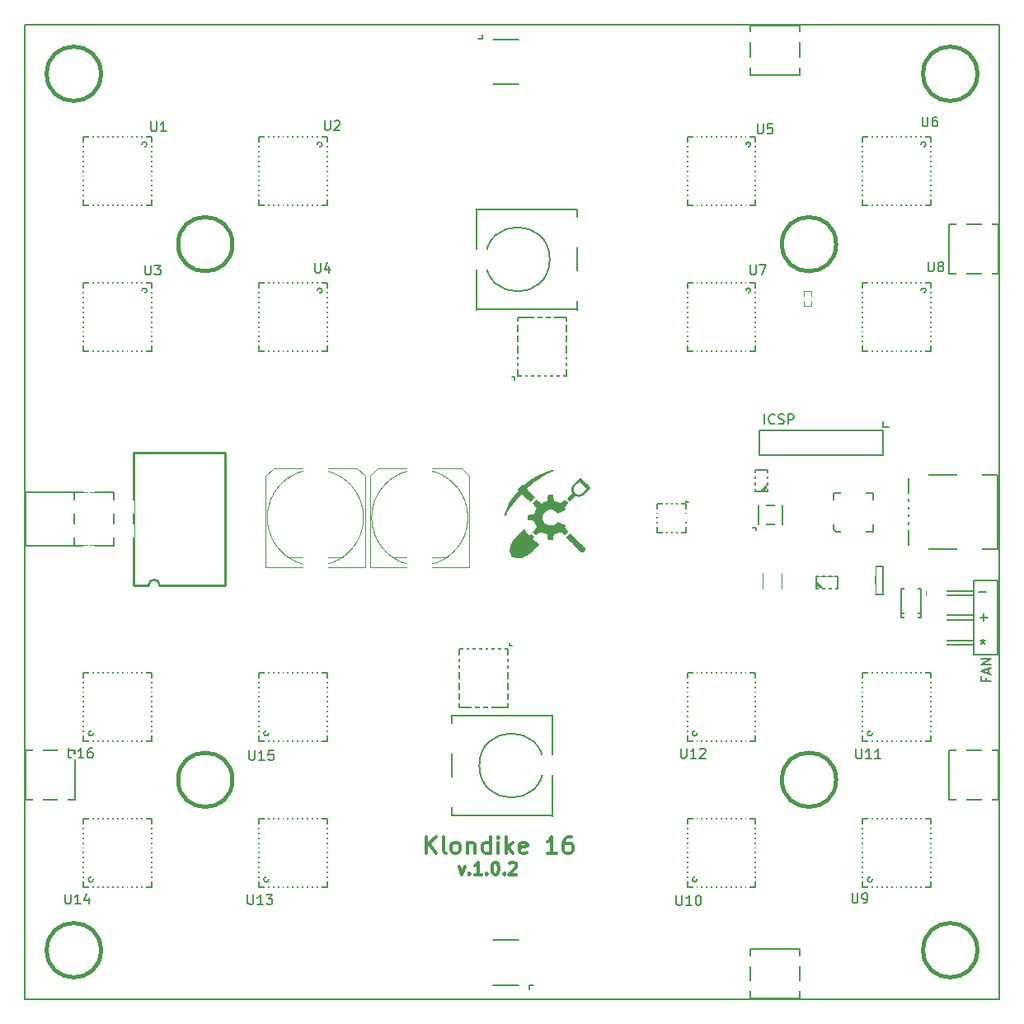
<source format=gto>
G04 (created by PCBNEW (2013-05-16 BZR 4016)-stable) date 12. 1. 2014 16:41:27*
%MOIN*%
G04 Gerber Fmt 3.4, Leading zero omitted, Abs format*
%FSLAX34Y34*%
G01*
G70*
G90*
G04 APERTURE LIST*
%ADD10C,0.00590551*%
%ADD11C,0.011811*%
%ADD12C,0.00787402*%
%ADD13C,0.0001*%
%ADD14C,0.015*%
%ADD15C,0.005*%
%ADD16C,0.0028*%
%ADD17C,0.01*%
%ADD18C,0.000984252*%
%ADD19C,0.006*%
%ADD20C,0.008*%
%ADD21C,0.004*%
%ADD22C,0.0079*%
%ADD23R,0.0354331X0.0314961*%
%ADD24C,0.19685*%
%ADD25R,0.0255906X0.0334646*%
%ADD26R,0.0708X0.0629*%
%ADD27C,0.0354*%
%ADD28R,0.0885X0.0196*%
%ADD29R,0.0984X0.0787*%
%ADD30R,0.0259843X0.011811*%
%ADD31R,0.0393701X0.0393701*%
%ADD32R,0.0787402X0.05*%
%ADD33R,0.0236X0.0157*%
%ADD34C,0.11811*%
%ADD35R,0.125984X0.0393701*%
%ADD36R,0.0393701X0.125984*%
%ADD37R,0.0196X0.0118*%
%ADD38R,0.0118X0.0196*%
%ADD39R,0.212598X0.212598*%
%ADD40R,0.0118X0.0295*%
%ADD41R,0.0295X0.0118*%
%ADD42R,0.0708661X0.0708661*%
%ADD43R,0.0393701X0.0314961*%
%ADD44R,0.0118X0.0275*%
%ADD45R,0.0275X0.0118*%
%ADD46R,0.0177165X0.0980315*%
%ADD47R,0.0838583X0.11378*%
%ADD48R,0.0401575X0.0980315*%
%ADD49R,0.105906X0.0610236*%
%ADD50R,0.023622X0.0169291*%
%ADD51R,0.0169291X0.0275591*%
%ADD52R,0.011811X0.0259843*%
%ADD53O,0.0826X0.0826*%
%ADD54R,0.019685X0.019685*%
%ADD55R,0.0255906X0.0393701*%
%ADD56R,0.0216535X0.0393701*%
%ADD57R,0.0551181X0.0393701*%
%ADD58R,0.0314961X0.0314961*%
%ADD59R,0.0551181X0.0511811*%
%ADD60R,0.0748031X0.0787402*%
%ADD61R,0.110236X0.122047*%
%ADD62R,0.0629921X0.0314961*%
%ADD63R,0.0314961X0.0393701*%
%ADD64R,0.0984252X0.15748*%
%ADD65R,0.0314961X0.0354331*%
%ADD66R,0.0354331X0.0275591*%
%ADD67R,0.0275591X0.0354331*%
%ADD68R,0.0275591X0.019685*%
%ADD69R,0.019685X0.0275591*%
%ADD70R,0.023622X0.019685*%
%ADD71R,0.019685X0.023622*%
%ADD72R,0.220472X0.104331*%
%ADD73R,0.275591X0.0551181*%
%ADD74R,0.110236X0.110236*%
%ADD75R,0.023622X0.0433071*%
%ADD76R,0.0433071X0.023622*%
%ADD77R,0.043311X0.023622*%
%ADD78R,0.0591X0.0276*%
%ADD79R,0.0591X0.0394*%
%ADD80R,0.0315X0.0787*%
G04 APERTURE END LIST*
G54D10*
G54D11*
X56320Y-55668D02*
X56437Y-55996D01*
X56554Y-55668D01*
X56742Y-55949D02*
X56765Y-55973D01*
X56742Y-55996D01*
X56718Y-55973D01*
X56742Y-55949D01*
X56742Y-55996D01*
X57234Y-55996D02*
X56953Y-55996D01*
X57093Y-55996D02*
X57093Y-55504D01*
X57046Y-55574D01*
X56999Y-55621D01*
X56953Y-55644D01*
X57445Y-55949D02*
X57468Y-55973D01*
X57445Y-55996D01*
X57421Y-55973D01*
X57445Y-55949D01*
X57445Y-55996D01*
X57773Y-55504D02*
X57820Y-55504D01*
X57866Y-55527D01*
X57890Y-55551D01*
X57913Y-55598D01*
X57937Y-55691D01*
X57937Y-55808D01*
X57913Y-55902D01*
X57890Y-55949D01*
X57866Y-55973D01*
X57820Y-55996D01*
X57773Y-55996D01*
X57726Y-55973D01*
X57702Y-55949D01*
X57679Y-55902D01*
X57656Y-55808D01*
X57656Y-55691D01*
X57679Y-55598D01*
X57702Y-55551D01*
X57726Y-55527D01*
X57773Y-55504D01*
X58148Y-55949D02*
X58171Y-55973D01*
X58148Y-55996D01*
X58124Y-55973D01*
X58148Y-55949D01*
X58148Y-55996D01*
X58359Y-55551D02*
X58382Y-55527D01*
X58429Y-55504D01*
X58546Y-55504D01*
X58593Y-55527D01*
X58616Y-55551D01*
X58640Y-55598D01*
X58640Y-55644D01*
X58616Y-55715D01*
X58335Y-55996D01*
X58640Y-55996D01*
G54D12*
X68336Y-41958D02*
X68336Y-42076D01*
X68198Y-41958D02*
X68336Y-41958D01*
X73464Y-37903D02*
X73464Y-37687D01*
X73474Y-37903D02*
X73710Y-37903D01*
X58375Y-46742D02*
X58454Y-46742D01*
X58356Y-46643D02*
X58356Y-46742D01*
X58572Y-35875D02*
X58572Y-36003D01*
X58454Y-35875D02*
X58572Y-35875D01*
X77620Y-48045D02*
X77620Y-48176D01*
X77826Y-48176D02*
X77432Y-48176D01*
X77432Y-47988D01*
X77714Y-47857D02*
X77714Y-47670D01*
X77826Y-47895D02*
X77432Y-47763D01*
X77826Y-47632D01*
X77826Y-47501D02*
X77432Y-47501D01*
X77826Y-47276D01*
X77432Y-47276D01*
X77500Y-46488D02*
X77500Y-46581D01*
X77406Y-46544D02*
X77500Y-46581D01*
X77593Y-46544D01*
X77443Y-46656D02*
X77500Y-46581D01*
X77556Y-46656D01*
X77330Y-44586D02*
X77630Y-44586D01*
X77389Y-45590D02*
X77689Y-45590D01*
X77539Y-45740D02*
X77539Y-45440D01*
X68670Y-37777D02*
X68670Y-37383D01*
X69083Y-37739D02*
X69064Y-37758D01*
X69008Y-37777D01*
X68970Y-37777D01*
X68914Y-37758D01*
X68877Y-37721D01*
X68858Y-37683D01*
X68839Y-37608D01*
X68839Y-37552D01*
X68858Y-37477D01*
X68877Y-37440D01*
X68914Y-37402D01*
X68970Y-37383D01*
X69008Y-37383D01*
X69064Y-37402D01*
X69083Y-37421D01*
X69233Y-37758D02*
X69289Y-37777D01*
X69383Y-37777D01*
X69420Y-37758D01*
X69439Y-37739D01*
X69458Y-37702D01*
X69458Y-37664D01*
X69439Y-37627D01*
X69420Y-37608D01*
X69383Y-37589D01*
X69308Y-37571D01*
X69270Y-37552D01*
X69251Y-37533D01*
X69233Y-37496D01*
X69233Y-37458D01*
X69251Y-37421D01*
X69270Y-37402D01*
X69308Y-37383D01*
X69401Y-37383D01*
X69458Y-37402D01*
X69626Y-37777D02*
X69626Y-37383D01*
X69776Y-37383D01*
X69814Y-37402D01*
X69833Y-37421D01*
X69851Y-37458D01*
X69851Y-37514D01*
X69833Y-37552D01*
X69814Y-37571D01*
X69776Y-37589D01*
X69626Y-37589D01*
X65511Y-40925D02*
X65590Y-40925D01*
X65511Y-40856D02*
X65511Y-40925D01*
X40526Y-50887D02*
X40526Y-51206D01*
X40545Y-51243D01*
X40563Y-51262D01*
X40601Y-51281D01*
X40676Y-51281D01*
X40713Y-51262D01*
X40732Y-51243D01*
X40751Y-51206D01*
X40751Y-50887D01*
X41145Y-51281D02*
X40920Y-51281D01*
X41032Y-51281D02*
X41032Y-50887D01*
X40995Y-50943D01*
X40957Y-50981D01*
X40920Y-51000D01*
X41482Y-50887D02*
X41407Y-50887D01*
X41369Y-50906D01*
X41351Y-50925D01*
X41313Y-50981D01*
X41294Y-51056D01*
X41294Y-51206D01*
X41313Y-51243D01*
X41332Y-51262D01*
X41369Y-51281D01*
X41444Y-51281D01*
X41482Y-51262D01*
X41501Y-51243D01*
X41519Y-51206D01*
X41519Y-51112D01*
X41501Y-51075D01*
X41482Y-51056D01*
X41444Y-51037D01*
X41369Y-51037D01*
X41332Y-51056D01*
X41313Y-51075D01*
X41294Y-51112D01*
X47839Y-50976D02*
X47839Y-51294D01*
X47858Y-51332D01*
X47876Y-51351D01*
X47914Y-51369D01*
X47989Y-51369D01*
X48026Y-51351D01*
X48045Y-51332D01*
X48064Y-51294D01*
X48064Y-50976D01*
X48458Y-51369D02*
X48233Y-51369D01*
X48345Y-51369D02*
X48345Y-50976D01*
X48308Y-51032D01*
X48270Y-51070D01*
X48233Y-51088D01*
X48814Y-50976D02*
X48626Y-50976D01*
X48607Y-51163D01*
X48626Y-51145D01*
X48664Y-51126D01*
X48757Y-51126D01*
X48795Y-51145D01*
X48814Y-51163D01*
X48832Y-51201D01*
X48832Y-51294D01*
X48814Y-51332D01*
X48795Y-51351D01*
X48757Y-51369D01*
X48664Y-51369D01*
X48626Y-51351D01*
X48607Y-51332D01*
X40398Y-56793D02*
X40398Y-57111D01*
X40417Y-57149D01*
X40435Y-57168D01*
X40473Y-57186D01*
X40548Y-57186D01*
X40585Y-57168D01*
X40604Y-57149D01*
X40623Y-57111D01*
X40623Y-56793D01*
X41017Y-57186D02*
X40792Y-57186D01*
X40904Y-57186D02*
X40904Y-56793D01*
X40867Y-56849D01*
X40829Y-56886D01*
X40792Y-56905D01*
X41354Y-56924D02*
X41354Y-57186D01*
X41260Y-56774D02*
X41167Y-57055D01*
X41410Y-57055D01*
X47780Y-56812D02*
X47780Y-57131D01*
X47799Y-57169D01*
X47817Y-57187D01*
X47855Y-57206D01*
X47930Y-57206D01*
X47967Y-57187D01*
X47986Y-57169D01*
X48005Y-57131D01*
X48005Y-56812D01*
X48398Y-57206D02*
X48173Y-57206D01*
X48286Y-57206D02*
X48286Y-56812D01*
X48248Y-56869D01*
X48211Y-56906D01*
X48173Y-56925D01*
X48530Y-56812D02*
X48773Y-56812D01*
X48642Y-56962D01*
X48698Y-56962D01*
X48736Y-56981D01*
X48755Y-57000D01*
X48773Y-57037D01*
X48773Y-57131D01*
X48755Y-57169D01*
X48736Y-57187D01*
X48698Y-57206D01*
X48586Y-57206D01*
X48548Y-57187D01*
X48530Y-57169D01*
X65290Y-50897D02*
X65290Y-51216D01*
X65308Y-51253D01*
X65327Y-51272D01*
X65365Y-51291D01*
X65440Y-51291D01*
X65477Y-51272D01*
X65496Y-51253D01*
X65515Y-51216D01*
X65515Y-50897D01*
X65908Y-51291D02*
X65683Y-51291D01*
X65796Y-51291D02*
X65796Y-50897D01*
X65758Y-50953D01*
X65721Y-50991D01*
X65683Y-51010D01*
X66058Y-50935D02*
X66077Y-50916D01*
X66115Y-50897D01*
X66208Y-50897D01*
X66246Y-50916D01*
X66264Y-50935D01*
X66283Y-50972D01*
X66283Y-51010D01*
X66264Y-51066D01*
X66040Y-51291D01*
X66283Y-51291D01*
X72376Y-50917D02*
X72376Y-51235D01*
X72395Y-51273D01*
X72414Y-51292D01*
X72451Y-51310D01*
X72526Y-51310D01*
X72564Y-51292D01*
X72582Y-51273D01*
X72601Y-51235D01*
X72601Y-50917D01*
X72995Y-51310D02*
X72770Y-51310D01*
X72882Y-51310D02*
X72882Y-50917D01*
X72845Y-50973D01*
X72807Y-51010D01*
X72770Y-51029D01*
X73370Y-51310D02*
X73145Y-51310D01*
X73257Y-51310D02*
X73257Y-50917D01*
X73220Y-50973D01*
X73182Y-51010D01*
X73145Y-51029D01*
X65112Y-56842D02*
X65112Y-57161D01*
X65131Y-57198D01*
X65150Y-57217D01*
X65187Y-57236D01*
X65262Y-57236D01*
X65300Y-57217D01*
X65319Y-57198D01*
X65337Y-57161D01*
X65337Y-56842D01*
X65731Y-57236D02*
X65506Y-57236D01*
X65619Y-57236D02*
X65619Y-56842D01*
X65581Y-56898D01*
X65544Y-56936D01*
X65506Y-56954D01*
X65975Y-56842D02*
X66012Y-56842D01*
X66050Y-56861D01*
X66069Y-56879D01*
X66087Y-56917D01*
X66106Y-56992D01*
X66106Y-57086D01*
X66087Y-57161D01*
X66069Y-57198D01*
X66050Y-57217D01*
X66012Y-57236D01*
X65975Y-57236D01*
X65937Y-57217D01*
X65919Y-57198D01*
X65900Y-57161D01*
X65881Y-57086D01*
X65881Y-56992D01*
X65900Y-56917D01*
X65919Y-56879D01*
X65937Y-56861D01*
X65975Y-56842D01*
X72219Y-56753D02*
X72219Y-57072D01*
X72238Y-57110D01*
X72257Y-57128D01*
X72294Y-57147D01*
X72369Y-57147D01*
X72407Y-57128D01*
X72425Y-57110D01*
X72444Y-57072D01*
X72444Y-56753D01*
X72650Y-57147D02*
X72725Y-57147D01*
X72763Y-57128D01*
X72782Y-57110D01*
X72819Y-57053D01*
X72838Y-56978D01*
X72838Y-56828D01*
X72819Y-56791D01*
X72800Y-56772D01*
X72763Y-56753D01*
X72688Y-56753D01*
X72650Y-56772D01*
X72632Y-56791D01*
X72613Y-56828D01*
X72613Y-56922D01*
X72632Y-56960D01*
X72650Y-56978D01*
X72688Y-56997D01*
X72763Y-56997D01*
X72800Y-56978D01*
X72819Y-56960D01*
X72838Y-56922D01*
X75290Y-31222D02*
X75290Y-31541D01*
X75309Y-31578D01*
X75328Y-31597D01*
X75365Y-31616D01*
X75440Y-31616D01*
X75478Y-31597D01*
X75496Y-31578D01*
X75515Y-31541D01*
X75515Y-31222D01*
X75759Y-31391D02*
X75721Y-31372D01*
X75703Y-31353D01*
X75684Y-31316D01*
X75684Y-31297D01*
X75703Y-31259D01*
X75721Y-31241D01*
X75759Y-31222D01*
X75834Y-31222D01*
X75871Y-31241D01*
X75890Y-31259D01*
X75909Y-31297D01*
X75909Y-31316D01*
X75890Y-31353D01*
X75871Y-31372D01*
X75834Y-31391D01*
X75759Y-31391D01*
X75721Y-31409D01*
X75703Y-31428D01*
X75684Y-31466D01*
X75684Y-31541D01*
X75703Y-31578D01*
X75721Y-31597D01*
X75759Y-31616D01*
X75834Y-31616D01*
X75871Y-31597D01*
X75890Y-31578D01*
X75909Y-31541D01*
X75909Y-31466D01*
X75890Y-31428D01*
X75871Y-31409D01*
X75834Y-31391D01*
X68105Y-31350D02*
X68105Y-31669D01*
X68124Y-31706D01*
X68143Y-31725D01*
X68180Y-31744D01*
X68255Y-31744D01*
X68293Y-31725D01*
X68311Y-31706D01*
X68330Y-31669D01*
X68330Y-31350D01*
X68480Y-31350D02*
X68742Y-31350D01*
X68574Y-31744D01*
X75054Y-25356D02*
X75054Y-25674D01*
X75073Y-25712D01*
X75091Y-25731D01*
X75129Y-25749D01*
X75204Y-25749D01*
X75241Y-25731D01*
X75260Y-25712D01*
X75279Y-25674D01*
X75279Y-25356D01*
X75635Y-25356D02*
X75560Y-25356D01*
X75523Y-25374D01*
X75504Y-25393D01*
X75466Y-25449D01*
X75448Y-25524D01*
X75448Y-25674D01*
X75466Y-25712D01*
X75485Y-25731D01*
X75523Y-25749D01*
X75598Y-25749D01*
X75635Y-25731D01*
X75654Y-25712D01*
X75673Y-25674D01*
X75673Y-25581D01*
X75654Y-25543D01*
X75635Y-25524D01*
X75598Y-25506D01*
X75523Y-25506D01*
X75485Y-25524D01*
X75466Y-25543D01*
X75448Y-25581D01*
X68390Y-25651D02*
X68390Y-25970D01*
X68409Y-26007D01*
X68428Y-26026D01*
X68465Y-26045D01*
X68540Y-26045D01*
X68578Y-26026D01*
X68597Y-26007D01*
X68615Y-25970D01*
X68615Y-25651D01*
X68990Y-25651D02*
X68803Y-25651D01*
X68784Y-25838D01*
X68803Y-25820D01*
X68840Y-25801D01*
X68934Y-25801D01*
X68972Y-25820D01*
X68990Y-25838D01*
X69009Y-25876D01*
X69009Y-25970D01*
X68990Y-26007D01*
X68972Y-26026D01*
X68934Y-26045D01*
X68840Y-26045D01*
X68803Y-26026D01*
X68784Y-26007D01*
X50497Y-31271D02*
X50497Y-31590D01*
X50516Y-31627D01*
X50534Y-31646D01*
X50572Y-31665D01*
X50647Y-31665D01*
X50684Y-31646D01*
X50703Y-31627D01*
X50722Y-31590D01*
X50722Y-31271D01*
X51078Y-31402D02*
X51078Y-31665D01*
X50984Y-31252D02*
X50890Y-31534D01*
X51134Y-31534D01*
X43637Y-31360D02*
X43637Y-31678D01*
X43655Y-31716D01*
X43674Y-31735D01*
X43712Y-31753D01*
X43787Y-31753D01*
X43824Y-31735D01*
X43843Y-31716D01*
X43862Y-31678D01*
X43862Y-31360D01*
X44011Y-31360D02*
X44255Y-31360D01*
X44124Y-31510D01*
X44180Y-31510D01*
X44218Y-31528D01*
X44236Y-31547D01*
X44255Y-31585D01*
X44255Y-31678D01*
X44236Y-31716D01*
X44218Y-31735D01*
X44180Y-31753D01*
X44068Y-31753D01*
X44030Y-31735D01*
X44011Y-31716D01*
X50890Y-25503D02*
X50890Y-25822D01*
X50909Y-25860D01*
X50928Y-25878D01*
X50965Y-25897D01*
X51040Y-25897D01*
X51078Y-25878D01*
X51097Y-25860D01*
X51115Y-25822D01*
X51115Y-25503D01*
X51284Y-25541D02*
X51303Y-25522D01*
X51340Y-25503D01*
X51434Y-25503D01*
X51472Y-25522D01*
X51490Y-25541D01*
X51509Y-25578D01*
X51509Y-25616D01*
X51490Y-25672D01*
X51265Y-25897D01*
X51509Y-25897D01*
X43873Y-25553D02*
X43873Y-25871D01*
X43892Y-25909D01*
X43910Y-25928D01*
X43948Y-25946D01*
X44023Y-25946D01*
X44060Y-25928D01*
X44079Y-25909D01*
X44098Y-25871D01*
X44098Y-25553D01*
X44491Y-25946D02*
X44266Y-25946D01*
X44379Y-25946D02*
X44379Y-25553D01*
X44341Y-25609D01*
X44304Y-25646D01*
X44266Y-25665D01*
G54D11*
X54994Y-55148D02*
X54994Y-54459D01*
X55387Y-55148D02*
X55092Y-54755D01*
X55387Y-54459D02*
X54994Y-54853D01*
X55781Y-55148D02*
X55715Y-55116D01*
X55683Y-55050D01*
X55683Y-54459D01*
X56142Y-55148D02*
X56076Y-55116D01*
X56043Y-55083D01*
X56011Y-55017D01*
X56011Y-54820D01*
X56043Y-54755D01*
X56076Y-54722D01*
X56142Y-54689D01*
X56240Y-54689D01*
X56306Y-54722D01*
X56339Y-54755D01*
X56371Y-54820D01*
X56371Y-55017D01*
X56339Y-55083D01*
X56306Y-55116D01*
X56240Y-55148D01*
X56142Y-55148D01*
X56667Y-54689D02*
X56667Y-55148D01*
X56667Y-54755D02*
X56700Y-54722D01*
X56765Y-54689D01*
X56864Y-54689D01*
X56929Y-54722D01*
X56962Y-54787D01*
X56962Y-55148D01*
X57585Y-55148D02*
X57585Y-54459D01*
X57585Y-55116D02*
X57520Y-55148D01*
X57389Y-55148D01*
X57323Y-55116D01*
X57290Y-55083D01*
X57257Y-55017D01*
X57257Y-54820D01*
X57290Y-54755D01*
X57323Y-54722D01*
X57389Y-54689D01*
X57520Y-54689D01*
X57585Y-54722D01*
X57913Y-55148D02*
X57913Y-54689D01*
X57913Y-54459D02*
X57881Y-54492D01*
X57913Y-54525D01*
X57946Y-54492D01*
X57913Y-54459D01*
X57913Y-54525D01*
X58242Y-55148D02*
X58242Y-54459D01*
X58307Y-54886D02*
X58504Y-55148D01*
X58504Y-54689D02*
X58242Y-54952D01*
X59062Y-55116D02*
X58996Y-55148D01*
X58865Y-55148D01*
X58799Y-55116D01*
X58767Y-55050D01*
X58767Y-54787D01*
X58799Y-54722D01*
X58865Y-54689D01*
X58996Y-54689D01*
X59062Y-54722D01*
X59095Y-54787D01*
X59095Y-54853D01*
X58767Y-54919D01*
X60276Y-55148D02*
X59882Y-55148D01*
X60079Y-55148D02*
X60079Y-54459D01*
X60013Y-54558D01*
X59948Y-54623D01*
X59882Y-54656D01*
X60866Y-54459D02*
X60735Y-54459D01*
X60669Y-54492D01*
X60637Y-54525D01*
X60571Y-54623D01*
X60538Y-54755D01*
X60538Y-55017D01*
X60571Y-55083D01*
X60604Y-55116D01*
X60669Y-55148D01*
X60801Y-55148D01*
X60866Y-55116D01*
X60899Y-55083D01*
X60932Y-55017D01*
X60932Y-54853D01*
X60899Y-54787D01*
X60866Y-54755D01*
X60801Y-54722D01*
X60669Y-54722D01*
X60604Y-54755D01*
X60571Y-54787D01*
X60538Y-54853D01*
G54D10*
X38779Y-61023D02*
X78149Y-61023D01*
X78149Y-61023D02*
X78149Y-21653D01*
X78149Y-21653D02*
X38779Y-21653D01*
X38779Y-21653D02*
X38779Y-61023D01*
G54D13*
G36*
X61233Y-39949D02*
X61241Y-39955D01*
X61258Y-39970D01*
X61283Y-39993D01*
X61314Y-40022D01*
X61350Y-40057D01*
X61389Y-40095D01*
X61397Y-40103D01*
X61189Y-40103D01*
X61088Y-40206D01*
X61045Y-40250D01*
X61013Y-40286D01*
X60989Y-40315D01*
X60973Y-40341D01*
X60963Y-40366D01*
X60958Y-40391D01*
X60956Y-40419D01*
X60955Y-40430D01*
X60962Y-40486D01*
X60983Y-40537D01*
X61016Y-40579D01*
X61062Y-40612D01*
X61075Y-40619D01*
X61114Y-40631D01*
X61160Y-40634D01*
X61206Y-40631D01*
X61246Y-40619D01*
X61260Y-40610D01*
X61282Y-40593D01*
X61309Y-40570D01*
X61340Y-40542D01*
X61372Y-40512D01*
X61404Y-40483D01*
X61432Y-40454D01*
X61455Y-40430D01*
X61472Y-40412D01*
X61478Y-40401D01*
X61478Y-40400D01*
X61473Y-40393D01*
X61458Y-40376D01*
X61436Y-40351D01*
X61406Y-40321D01*
X61371Y-40285D01*
X61334Y-40247D01*
X61189Y-40103D01*
X61397Y-40103D01*
X61430Y-40136D01*
X61471Y-40177D01*
X61510Y-40217D01*
X61547Y-40255D01*
X61580Y-40290D01*
X61607Y-40318D01*
X61627Y-40340D01*
X61638Y-40354D01*
X61640Y-40357D01*
X61635Y-40366D01*
X61620Y-40383D01*
X61597Y-40408D01*
X61567Y-40440D01*
X61532Y-40476D01*
X61493Y-40516D01*
X61488Y-40520D01*
X61442Y-40567D01*
X61404Y-40603D01*
X61374Y-40631D01*
X61350Y-40653D01*
X61330Y-40669D01*
X61312Y-40681D01*
X61295Y-40691D01*
X61282Y-40697D01*
X61254Y-40710D01*
X61231Y-40718D01*
X61208Y-40721D01*
X61178Y-40722D01*
X61159Y-40722D01*
X61118Y-40721D01*
X61088Y-40717D01*
X61063Y-40709D01*
X61055Y-40706D01*
X61021Y-40690D01*
X60911Y-40799D01*
X60801Y-40907D01*
X60742Y-40848D01*
X60682Y-40788D01*
X60791Y-40679D01*
X60828Y-40641D01*
X60856Y-40613D01*
X60875Y-40593D01*
X60887Y-40578D01*
X60893Y-40568D01*
X60894Y-40560D01*
X60892Y-40553D01*
X60890Y-40550D01*
X60871Y-40497D01*
X60865Y-40439D01*
X60870Y-40378D01*
X60889Y-40318D01*
X60897Y-40300D01*
X60907Y-40282D01*
X60918Y-40264D01*
X60932Y-40245D01*
X60951Y-40223D01*
X60976Y-40196D01*
X61008Y-40162D01*
X61049Y-40121D01*
X61073Y-40098D01*
X61112Y-40059D01*
X61149Y-40024D01*
X61180Y-39994D01*
X61206Y-39971D01*
X61224Y-39955D01*
X61232Y-39949D01*
X61233Y-39949D01*
X61233Y-39949D01*
X61233Y-39949D01*
G37*
G36*
X60818Y-42204D02*
X60825Y-42209D01*
X60841Y-42224D01*
X60866Y-42247D01*
X60897Y-42277D01*
X60935Y-42313D01*
X60977Y-42354D01*
X61011Y-42387D01*
X61062Y-42437D01*
X61117Y-42491D01*
X61173Y-42545D01*
X61226Y-42597D01*
X61274Y-42643D01*
X61314Y-42683D01*
X61323Y-42691D01*
X61364Y-42732D01*
X61396Y-42764D01*
X61419Y-42788D01*
X61434Y-42806D01*
X61443Y-42820D01*
X61447Y-42830D01*
X61448Y-42834D01*
X61445Y-42846D01*
X61437Y-42861D01*
X61421Y-42880D01*
X61395Y-42907D01*
X61379Y-42922D01*
X61352Y-42948D01*
X61327Y-42969D01*
X61308Y-42984D01*
X61297Y-42989D01*
X61296Y-42989D01*
X61286Y-42984D01*
X61267Y-42968D01*
X61239Y-42943D01*
X61205Y-42911D01*
X61166Y-42872D01*
X61132Y-42837D01*
X61089Y-42794D01*
X61041Y-42744D01*
X60988Y-42691D01*
X60935Y-42636D01*
X60882Y-42582D01*
X60856Y-42556D01*
X60660Y-42357D01*
X60736Y-42281D01*
X60764Y-42253D01*
X60788Y-42230D01*
X60806Y-42213D01*
X60817Y-42205D01*
X60818Y-42204D01*
X60818Y-42204D01*
X60818Y-42204D01*
G37*
G36*
X60115Y-40642D02*
X60132Y-40736D01*
X60141Y-40787D01*
X60148Y-40824D01*
X60154Y-40851D01*
X60160Y-40869D01*
X60168Y-40881D01*
X60178Y-40888D01*
X60191Y-40892D01*
X60209Y-40897D01*
X60214Y-40898D01*
X60245Y-40908D01*
X60283Y-40922D01*
X60322Y-40939D01*
X60340Y-40947D01*
X60414Y-40982D01*
X60511Y-40916D01*
X60545Y-40893D01*
X60574Y-40874D01*
X60597Y-40859D01*
X60611Y-40851D01*
X60614Y-40850D01*
X60622Y-40855D01*
X60638Y-40869D01*
X60660Y-40890D01*
X60681Y-40911D01*
X60742Y-40971D01*
X60672Y-41073D01*
X60602Y-41174D01*
X60625Y-41210D01*
X60636Y-41230D01*
X60642Y-41245D01*
X60642Y-41250D01*
X60633Y-41255D01*
X60613Y-41264D01*
X60582Y-41277D01*
X60543Y-41294D01*
X60498Y-41312D01*
X60473Y-41323D01*
X60310Y-41391D01*
X60266Y-41343D01*
X60212Y-41296D01*
X60153Y-41262D01*
X60089Y-41241D01*
X60023Y-41235D01*
X59957Y-41243D01*
X59892Y-41264D01*
X59847Y-41289D01*
X59795Y-41331D01*
X59754Y-41383D01*
X59724Y-41441D01*
X59707Y-41503D01*
X59702Y-41568D01*
X59709Y-41633D01*
X59730Y-41696D01*
X59765Y-41755D01*
X59765Y-41756D01*
X59810Y-41804D01*
X59863Y-41842D01*
X59923Y-41869D01*
X59987Y-41884D01*
X60052Y-41886D01*
X60099Y-41878D01*
X60149Y-41863D01*
X60190Y-41842D01*
X60229Y-41814D01*
X60261Y-41784D01*
X60282Y-41762D01*
X60300Y-41745D01*
X60311Y-41736D01*
X60312Y-41735D01*
X60321Y-41738D01*
X60341Y-41746D01*
X60371Y-41757D01*
X60407Y-41772D01*
X60447Y-41789D01*
X60490Y-41806D01*
X60531Y-41824D01*
X60569Y-41840D01*
X60602Y-41854D01*
X60626Y-41864D01*
X60639Y-41870D01*
X60641Y-41872D01*
X60640Y-41881D01*
X60633Y-41898D01*
X60625Y-41913D01*
X60602Y-41949D01*
X60671Y-42048D01*
X60739Y-42148D01*
X60675Y-42211D01*
X60611Y-42275D01*
X60514Y-42209D01*
X60480Y-42186D01*
X60450Y-42166D01*
X60427Y-42152D01*
X60413Y-42144D01*
X60410Y-42143D01*
X60399Y-42146D01*
X60379Y-42156D01*
X60360Y-42166D01*
X60335Y-42178D01*
X60301Y-42192D01*
X60263Y-42207D01*
X60239Y-42215D01*
X60204Y-42226D01*
X60181Y-42235D01*
X60167Y-42243D01*
X60159Y-42250D01*
X60156Y-42260D01*
X60154Y-42267D01*
X60151Y-42285D01*
X60145Y-42313D01*
X60139Y-42349D01*
X60132Y-42387D01*
X60115Y-42481D01*
X60025Y-42481D01*
X59934Y-42481D01*
X59912Y-42362D01*
X59905Y-42321D01*
X59898Y-42285D01*
X59892Y-42258D01*
X59887Y-42241D01*
X59886Y-42237D01*
X59877Y-42232D01*
X59857Y-42224D01*
X59830Y-42214D01*
X59816Y-42210D01*
X59778Y-42196D01*
X59738Y-42179D01*
X59705Y-42162D01*
X59701Y-42160D01*
X59651Y-42130D01*
X59544Y-42203D01*
X59438Y-42276D01*
X59374Y-42212D01*
X59310Y-42148D01*
X59383Y-42041D01*
X59456Y-41934D01*
X59430Y-41883D01*
X59398Y-41815D01*
X59375Y-41750D01*
X59370Y-41730D01*
X59362Y-41699D01*
X59268Y-41682D01*
X59228Y-41674D01*
X59189Y-41667D01*
X59157Y-41661D01*
X59137Y-41656D01*
X59100Y-41649D01*
X59102Y-41560D01*
X59105Y-41470D01*
X59231Y-41447D01*
X59357Y-41423D01*
X59381Y-41354D01*
X59395Y-41316D01*
X59412Y-41277D01*
X59427Y-41244D01*
X59431Y-41237D01*
X59445Y-41208D01*
X59451Y-41188D01*
X59450Y-41179D01*
X59444Y-41170D01*
X59430Y-41150D01*
X59412Y-41122D01*
X59389Y-41089D01*
X59377Y-41072D01*
X59310Y-40975D01*
X59374Y-40911D01*
X59439Y-40847D01*
X59543Y-40918D01*
X59648Y-40990D01*
X59715Y-40955D01*
X59750Y-40938D01*
X59787Y-40922D01*
X59819Y-40910D01*
X59828Y-40907D01*
X59854Y-40899D01*
X59874Y-40890D01*
X59883Y-40885D01*
X59887Y-40875D01*
X59893Y-40852D01*
X59901Y-40821D01*
X59909Y-40782D01*
X59913Y-40759D01*
X59934Y-40642D01*
X60025Y-40642D01*
X60115Y-40642D01*
X60115Y-40642D01*
X60115Y-40642D01*
G37*
G36*
X60181Y-39636D02*
X60194Y-39639D01*
X60195Y-39640D01*
X60193Y-39641D01*
X60181Y-39645D01*
X60158Y-39655D01*
X60126Y-39670D01*
X60087Y-39689D01*
X60043Y-39710D01*
X59996Y-39733D01*
X59949Y-39757D01*
X59905Y-39780D01*
X59865Y-39802D01*
X59831Y-39820D01*
X59819Y-39827D01*
X59685Y-39909D01*
X59548Y-40001D01*
X59410Y-40101D01*
X59277Y-40205D01*
X59151Y-40311D01*
X59109Y-40349D01*
X59059Y-40394D01*
X59082Y-40421D01*
X59093Y-40433D01*
X59113Y-40456D01*
X59141Y-40485D01*
X59174Y-40521D01*
X59210Y-40561D01*
X59250Y-40604D01*
X59395Y-40759D01*
X59308Y-40847D01*
X59220Y-40934D01*
X59197Y-40913D01*
X59183Y-40900D01*
X59161Y-40880D01*
X59132Y-40854D01*
X59100Y-40824D01*
X59078Y-40804D01*
X59039Y-40769D01*
X58999Y-40732D01*
X58961Y-40696D01*
X58929Y-40665D01*
X58919Y-40655D01*
X58857Y-40595D01*
X58771Y-40692D01*
X58627Y-40863D01*
X58497Y-41034D01*
X58380Y-41206D01*
X58273Y-41382D01*
X58256Y-41412D01*
X58237Y-41446D01*
X58222Y-41469D01*
X58210Y-41484D01*
X58198Y-41494D01*
X58184Y-41501D01*
X58175Y-41505D01*
X58155Y-41512D01*
X58141Y-41514D01*
X58139Y-41512D01*
X58141Y-41496D01*
X58147Y-41469D01*
X58155Y-41436D01*
X58165Y-41401D01*
X58176Y-41367D01*
X58182Y-41348D01*
X58253Y-41172D01*
X58339Y-41000D01*
X58439Y-40833D01*
X58552Y-40672D01*
X58668Y-40528D01*
X58717Y-40472D01*
X58700Y-40453D01*
X58683Y-40435D01*
X58699Y-40414D01*
X58713Y-40396D01*
X58735Y-40373D01*
X58761Y-40346D01*
X58790Y-40318D01*
X58819Y-40290D01*
X58846Y-40266D01*
X58868Y-40248D01*
X58884Y-40236D01*
X58889Y-40234D01*
X58906Y-40239D01*
X58917Y-40246D01*
X58923Y-40251D01*
X58931Y-40251D01*
X58942Y-40246D01*
X58959Y-40233D01*
X58984Y-40212D01*
X58994Y-40203D01*
X59129Y-40095D01*
X59269Y-39995D01*
X59415Y-39905D01*
X59564Y-39826D01*
X59714Y-39759D01*
X59864Y-39705D01*
X60012Y-39663D01*
X60059Y-39653D01*
X60098Y-39646D01*
X60134Y-39640D01*
X60163Y-39637D01*
X60180Y-39636D01*
X60181Y-39636D01*
X60181Y-39636D01*
X60181Y-39636D01*
G37*
G36*
X58947Y-42030D02*
X58957Y-42031D01*
X58969Y-42038D01*
X58984Y-42054D01*
X59003Y-42081D01*
X59018Y-42104D01*
X59042Y-42138D01*
X59069Y-42174D01*
X59097Y-42210D01*
X59123Y-42243D01*
X59145Y-42268D01*
X59160Y-42283D01*
X59168Y-42289D01*
X59176Y-42290D01*
X59187Y-42283D01*
X59203Y-42267D01*
X59212Y-42258D01*
X59250Y-42220D01*
X59310Y-42279D01*
X59370Y-42338D01*
X59331Y-42378D01*
X59292Y-42417D01*
X59335Y-42457D01*
X59361Y-42479D01*
X59394Y-42506D01*
X59429Y-42533D01*
X59441Y-42543D01*
X59482Y-42572D01*
X59511Y-42594D01*
X59531Y-42611D01*
X59544Y-42622D01*
X59551Y-42631D01*
X59554Y-42639D01*
X59555Y-42645D01*
X59550Y-42655D01*
X59537Y-42672D01*
X59514Y-42698D01*
X59481Y-42733D01*
X59438Y-42778D01*
X59384Y-42832D01*
X59380Y-42836D01*
X59334Y-42880D01*
X59290Y-42923D01*
X59249Y-42962D01*
X59212Y-42996D01*
X59182Y-43023D01*
X59160Y-43042D01*
X59155Y-43046D01*
X59061Y-43108D01*
X58968Y-43155D01*
X58872Y-43190D01*
X58772Y-43211D01*
X58738Y-43216D01*
X58680Y-43217D01*
X58618Y-43207D01*
X58557Y-43188D01*
X58503Y-43162D01*
X58467Y-43136D01*
X58441Y-43105D01*
X58416Y-43064D01*
X58395Y-43015D01*
X58381Y-42964D01*
X58376Y-42941D01*
X58373Y-42872D01*
X58381Y-42796D01*
X58400Y-42714D01*
X58430Y-42629D01*
X58442Y-42601D01*
X58462Y-42560D01*
X58485Y-42519D01*
X58513Y-42478D01*
X58547Y-42433D01*
X58588Y-42384D01*
X58638Y-42329D01*
X58697Y-42267D01*
X58740Y-42223D01*
X58784Y-42179D01*
X58824Y-42139D01*
X58861Y-42103D01*
X58891Y-42074D01*
X58915Y-42052D01*
X58930Y-42038D01*
X58935Y-42035D01*
X58947Y-42030D01*
X58947Y-42030D01*
X58947Y-42030D01*
G37*
G54D14*
X47159Y-30511D02*
G75*
G03X47159Y-30511I-1096J0D01*
G74*
G01*
G54D10*
X68425Y-41850D02*
X69409Y-41850D01*
X69409Y-41850D02*
X69409Y-41062D01*
X69409Y-41062D02*
X68425Y-41062D01*
X68425Y-41062D02*
X68425Y-41850D01*
G54D15*
X74488Y-42853D02*
X78109Y-42853D01*
X78109Y-42853D02*
X78109Y-39823D01*
X78109Y-39823D02*
X74488Y-39823D01*
X74488Y-39823D02*
X74488Y-42853D01*
X68798Y-40253D02*
X68538Y-40513D01*
X68798Y-40313D02*
X68603Y-40513D01*
X68288Y-39823D02*
X68181Y-39823D01*
X68288Y-40333D02*
X68181Y-40333D01*
X68798Y-40078D02*
X68905Y-40078D01*
X68798Y-39823D02*
X68905Y-39823D01*
X68798Y-40333D02*
X68905Y-40333D01*
X68288Y-40078D02*
X68181Y-40078D01*
X68288Y-40513D02*
X68288Y-39643D01*
X68288Y-39643D02*
X68798Y-39643D01*
X68798Y-39643D02*
X68798Y-40513D01*
X68798Y-40513D02*
X68288Y-40513D01*
X73476Y-38043D02*
X73476Y-39043D01*
X73476Y-39043D02*
X68472Y-39043D01*
X68472Y-39033D02*
X68472Y-38033D01*
X68472Y-38043D02*
X73476Y-38043D01*
G54D10*
X75265Y-46525D02*
X77135Y-46525D01*
X77135Y-46525D02*
X77125Y-46712D01*
X77125Y-46712D02*
X75255Y-46712D01*
X75255Y-46712D02*
X75255Y-46535D01*
X75255Y-45521D02*
X77135Y-45521D01*
X77125Y-45521D02*
X77125Y-45708D01*
X77125Y-45708D02*
X75255Y-45708D01*
X75255Y-45708D02*
X75255Y-45521D01*
X75236Y-44704D02*
X75236Y-44527D01*
X75236Y-44527D02*
X75246Y-44537D01*
X75236Y-44527D02*
X77135Y-44527D01*
X77135Y-44527D02*
X77135Y-44694D01*
X77135Y-44694D02*
X75236Y-44694D01*
X77125Y-44114D02*
X77125Y-47106D01*
X77125Y-47106D02*
X78110Y-47106D01*
X78110Y-47106D02*
X78110Y-44114D01*
X78110Y-44114D02*
X77125Y-44114D01*
G54D16*
X70553Y-32616D02*
X70553Y-32416D01*
X70553Y-32416D02*
X70253Y-32416D01*
X70253Y-32416D02*
X70253Y-32616D01*
X70553Y-32816D02*
X70553Y-33016D01*
X70553Y-33016D02*
X70253Y-33016D01*
X70253Y-33016D02*
X70253Y-32816D01*
G54D10*
X68094Y-23657D02*
X68094Y-21657D01*
X68094Y-21657D02*
X70094Y-21657D01*
X70094Y-21657D02*
X70094Y-23657D01*
X70094Y-23657D02*
X68094Y-23657D01*
X76145Y-29708D02*
X78145Y-29708D01*
X78145Y-29708D02*
X78145Y-31708D01*
X78145Y-31708D02*
X76145Y-31708D01*
X76145Y-31708D02*
X76145Y-29708D01*
X76145Y-50968D02*
X78145Y-50968D01*
X78145Y-50968D02*
X78145Y-52968D01*
X78145Y-52968D02*
X76145Y-52968D01*
X76145Y-52968D02*
X76145Y-50968D01*
X70094Y-59019D02*
X70094Y-61019D01*
X70094Y-61019D02*
X68094Y-61019D01*
X68094Y-61019D02*
X68094Y-59019D01*
X68094Y-59019D02*
X70094Y-59019D01*
G54D15*
X41142Y-28936D02*
X43896Y-28936D01*
X43896Y-28936D02*
X43896Y-26182D01*
X43896Y-26182D02*
X41142Y-26182D01*
X41142Y-26182D02*
X41142Y-28936D01*
X43699Y-26477D02*
G75*
G03X43699Y-26477I-98J0D01*
G74*
G01*
X41142Y-34841D02*
X43896Y-34841D01*
X43896Y-34841D02*
X43896Y-32087D01*
X43896Y-32087D02*
X41142Y-32087D01*
X41142Y-32087D02*
X41142Y-34841D01*
X43699Y-32382D02*
G75*
G03X43699Y-32382I-98J0D01*
G74*
G01*
X48229Y-34841D02*
X50983Y-34841D01*
X50983Y-34841D02*
X50983Y-32087D01*
X50983Y-32087D02*
X48229Y-32087D01*
X48229Y-32087D02*
X48229Y-34841D01*
X50786Y-32382D02*
G75*
G03X50786Y-32382I-98J0D01*
G74*
G01*
X48229Y-28936D02*
X50983Y-28936D01*
X50983Y-28936D02*
X50983Y-26182D01*
X50983Y-26182D02*
X48229Y-26182D01*
X48229Y-26182D02*
X48229Y-28936D01*
X50786Y-26477D02*
G75*
G03X50786Y-26477I-98J0D01*
G74*
G01*
X43896Y-47835D02*
X41142Y-47835D01*
X41142Y-47835D02*
X41142Y-50589D01*
X41142Y-50589D02*
X43896Y-50589D01*
X43896Y-50589D02*
X43896Y-47835D01*
X41535Y-50294D02*
G75*
G03X41535Y-50294I-98J0D01*
G74*
G01*
X43896Y-53741D02*
X41142Y-53741D01*
X41142Y-53741D02*
X41142Y-56495D01*
X41142Y-56495D02*
X43896Y-56495D01*
X43896Y-56495D02*
X43896Y-53741D01*
X41535Y-56200D02*
G75*
G03X41535Y-56200I-98J0D01*
G74*
G01*
X50983Y-53741D02*
X48229Y-53741D01*
X48229Y-53741D02*
X48229Y-56495D01*
X48229Y-56495D02*
X50983Y-56495D01*
X50983Y-56495D02*
X50983Y-53741D01*
X48622Y-56200D02*
G75*
G03X48622Y-56200I-98J0D01*
G74*
G01*
X50983Y-47835D02*
X48229Y-47835D01*
X48229Y-47835D02*
X48229Y-50589D01*
X48229Y-50589D02*
X50983Y-50589D01*
X50983Y-50589D02*
X50983Y-47835D01*
X48622Y-50294D02*
G75*
G03X48622Y-50294I-98J0D01*
G74*
G01*
X68306Y-47835D02*
X65552Y-47835D01*
X65552Y-47835D02*
X65552Y-50589D01*
X65552Y-50589D02*
X68306Y-50589D01*
X68306Y-50589D02*
X68306Y-47835D01*
X65945Y-50294D02*
G75*
G03X65945Y-50294I-98J0D01*
G74*
G01*
X68306Y-53741D02*
X65552Y-53741D01*
X65552Y-53741D02*
X65552Y-56495D01*
X65552Y-56495D02*
X68306Y-56495D01*
X68306Y-56495D02*
X68306Y-53741D01*
X65945Y-56200D02*
G75*
G03X65945Y-56200I-98J0D01*
G74*
G01*
X75392Y-53741D02*
X72638Y-53741D01*
X72638Y-53741D02*
X72638Y-56495D01*
X72638Y-56495D02*
X75392Y-56495D01*
X75392Y-56495D02*
X75392Y-53741D01*
X73031Y-56200D02*
G75*
G03X73031Y-56200I-98J0D01*
G74*
G01*
X75392Y-47835D02*
X72638Y-47835D01*
X72638Y-47835D02*
X72638Y-50589D01*
X72638Y-50589D02*
X75392Y-50589D01*
X75392Y-50589D02*
X75392Y-47835D01*
X73031Y-50294D02*
G75*
G03X73031Y-50294I-98J0D01*
G74*
G01*
X72638Y-34841D02*
X75392Y-34841D01*
X75392Y-34841D02*
X75392Y-32087D01*
X75392Y-32087D02*
X72638Y-32087D01*
X72638Y-32087D02*
X72638Y-34841D01*
X75195Y-32382D02*
G75*
G03X75195Y-32382I-98J0D01*
G74*
G01*
X72638Y-28936D02*
X75392Y-28936D01*
X75392Y-28936D02*
X75392Y-26182D01*
X75392Y-26182D02*
X72638Y-26182D01*
X72638Y-26182D02*
X72638Y-28936D01*
X75195Y-26477D02*
G75*
G03X75195Y-26477I-98J0D01*
G74*
G01*
X65552Y-28936D02*
X68306Y-28936D01*
X68306Y-28936D02*
X68306Y-26182D01*
X68306Y-26182D02*
X65552Y-26182D01*
X65552Y-26182D02*
X65552Y-28936D01*
X68109Y-26477D02*
G75*
G03X68109Y-26477I-98J0D01*
G74*
G01*
X65552Y-34841D02*
X68306Y-34841D01*
X68306Y-34841D02*
X68306Y-32087D01*
X68306Y-32087D02*
X65552Y-32087D01*
X65552Y-32087D02*
X65552Y-34841D01*
X68109Y-32382D02*
G75*
G03X68109Y-32382I-98J0D01*
G74*
G01*
X65509Y-40995D02*
X64329Y-40995D01*
X64329Y-40995D02*
X64329Y-42175D01*
X64329Y-42175D02*
X65509Y-42175D01*
X65509Y-42175D02*
X65509Y-40995D01*
X58701Y-33474D02*
X58701Y-35836D01*
X58701Y-35836D02*
X60669Y-35836D01*
X60669Y-35836D02*
X60669Y-33474D01*
X60669Y-33474D02*
X58701Y-33474D01*
X58306Y-49245D02*
X58306Y-46883D01*
X58306Y-46883D02*
X56338Y-46883D01*
X56338Y-46883D02*
X56338Y-49245D01*
X56338Y-49245D02*
X58306Y-49245D01*
G54D10*
X40783Y-52968D02*
X38783Y-52968D01*
X38783Y-52968D02*
X38783Y-50968D01*
X38783Y-50968D02*
X40783Y-50968D01*
X40783Y-50968D02*
X40783Y-52968D01*
G54D14*
X41844Y-23622D02*
G75*
G03X41844Y-23622I-1096J0D01*
G74*
G01*
X41844Y-59055D02*
G75*
G03X41844Y-59055I-1096J0D01*
G74*
G01*
X47159Y-52165D02*
G75*
G03X47159Y-52165I-1096J0D01*
G74*
G01*
X71569Y-52165D02*
G75*
G03X71569Y-52165I-1096J0D01*
G74*
G01*
X77277Y-59055D02*
G75*
G03X77277Y-59055I-1096J0D01*
G74*
G01*
X77277Y-23622D02*
G75*
G03X77277Y-23622I-1096J0D01*
G74*
G01*
X71569Y-30511D02*
G75*
G03X71569Y-30511I-1096J0D01*
G74*
G01*
G54D15*
X71025Y-44438D02*
X70765Y-44178D01*
X70965Y-44438D02*
X70765Y-44243D01*
X71455Y-43928D02*
X71455Y-43820D01*
X70945Y-43928D02*
X70945Y-43820D01*
X71200Y-44438D02*
X71200Y-44545D01*
X71455Y-44438D02*
X71455Y-44545D01*
X70945Y-44438D02*
X70945Y-44545D01*
X71200Y-43928D02*
X71200Y-43820D01*
X70765Y-43928D02*
X71635Y-43928D01*
X71635Y-43928D02*
X71635Y-44438D01*
X71635Y-44438D02*
X70765Y-44438D01*
X70765Y-44438D02*
X70765Y-43928D01*
G54D17*
X46849Y-38937D02*
X46849Y-44291D01*
X46849Y-44291D02*
X44212Y-44291D01*
X43779Y-44291D02*
X43149Y-44291D01*
X43149Y-44291D02*
X43149Y-38937D01*
X43149Y-38937D02*
X46849Y-38937D01*
X43780Y-44291D02*
G75*
G02X44212Y-44291I216J0D01*
G74*
G01*
G54D18*
X69370Y-43690D02*
X68582Y-43690D01*
X68582Y-43690D02*
X68582Y-44596D01*
X68582Y-44596D02*
X69370Y-44596D01*
X69370Y-44596D02*
X69370Y-43690D01*
G54D19*
X73166Y-44674D02*
X73166Y-43534D01*
X73166Y-43534D02*
X73466Y-43534D01*
X73466Y-43534D02*
X73466Y-44674D01*
X73466Y-44674D02*
X73166Y-44674D01*
G54D15*
X74990Y-45423D02*
X74202Y-45423D01*
X74990Y-45620D02*
X74990Y-44438D01*
X74990Y-44438D02*
X74202Y-44438D01*
X74202Y-44438D02*
X74202Y-45620D01*
X74202Y-45620D02*
X74990Y-45620D01*
G54D20*
X61109Y-29113D02*
X61109Y-33169D01*
X61128Y-33150D02*
X57072Y-33150D01*
X57016Y-33172D02*
X57016Y-29064D01*
X57062Y-29096D02*
X61092Y-29096D01*
X59988Y-31123D02*
G75*
G03X59988Y-31123I-1299J0D01*
G74*
G01*
X56020Y-53598D02*
X56020Y-49542D01*
X56001Y-49561D02*
X60057Y-49561D01*
X60113Y-49539D02*
X60113Y-53647D01*
X60067Y-53615D02*
X56037Y-53615D01*
X59739Y-51588D02*
G75*
G03X59739Y-51588I-1299J0D01*
G74*
G01*
G54D21*
X48823Y-39559D02*
X52207Y-39559D01*
X52522Y-43573D02*
X48508Y-43573D01*
X51480Y-39874D02*
G75*
G02X50180Y-43485I-965J-1691D01*
G74*
G01*
X50171Y-43573D02*
X48508Y-43573D01*
X48508Y-43573D02*
X48508Y-39874D01*
X48508Y-39874D02*
X48823Y-39559D01*
X52207Y-39559D02*
X52522Y-39874D01*
X52522Y-39874D02*
X52522Y-43573D01*
X52522Y-43573D02*
X50849Y-43573D01*
X49550Y-43258D02*
G75*
G02X50850Y-39648I965J1691D01*
G74*
G01*
X51627Y-43160D02*
X49413Y-43160D01*
X52463Y-41566D02*
G75*
G03X52463Y-41566I-1948J0D01*
G74*
G01*
X53044Y-39559D02*
X56428Y-39559D01*
X56743Y-43573D02*
X52729Y-43573D01*
X55701Y-39874D02*
G75*
G02X54401Y-43485I-965J-1691D01*
G74*
G01*
X54392Y-43573D02*
X52729Y-43573D01*
X52729Y-43573D02*
X52729Y-39874D01*
X52729Y-39874D02*
X53044Y-39559D01*
X56428Y-39559D02*
X56743Y-39874D01*
X56743Y-39874D02*
X56743Y-43573D01*
X56743Y-43573D02*
X55070Y-43573D01*
X53771Y-43258D02*
G75*
G02X55071Y-39648I965J1691D01*
G74*
G01*
X55848Y-43160D02*
X53634Y-43160D01*
X56684Y-41566D02*
G75*
G03X56684Y-41566I-1948J0D01*
G74*
G01*
G54D10*
X40777Y-40541D02*
X42352Y-40541D01*
X42352Y-40541D02*
X42352Y-42706D01*
X42352Y-42706D02*
X40777Y-42706D01*
X38809Y-42706D02*
X38809Y-40541D01*
X38809Y-40541D02*
X40777Y-40541D01*
X40777Y-40541D02*
X40777Y-42706D01*
X40777Y-42706D02*
X38809Y-42706D01*
G54D22*
X71476Y-42047D02*
X71574Y-42145D01*
X73051Y-42145D02*
X71574Y-42145D01*
X73051Y-40570D02*
X73051Y-42145D01*
X71476Y-40570D02*
X73051Y-40570D01*
X71476Y-42047D02*
X71476Y-40570D01*
G54D12*
X57256Y-22044D02*
X57256Y-22218D01*
X57256Y-22218D02*
X57089Y-22218D01*
X57698Y-22234D02*
X58722Y-22234D01*
X58722Y-24046D02*
X57698Y-24046D01*
X59174Y-60646D02*
X59174Y-60472D01*
X59174Y-60472D02*
X59341Y-60472D01*
X58732Y-60456D02*
X57708Y-60456D01*
X57708Y-58644D02*
X58732Y-58644D01*
%LPC*%
G54D23*
X59705Y-22550D03*
X60334Y-22550D03*
G54D24*
X46062Y-30511D03*
G54D25*
X69242Y-41151D03*
X68592Y-41151D03*
X69242Y-41761D03*
X68592Y-41761D03*
G54D26*
X56279Y-29960D03*
X56279Y-31062D03*
X55413Y-29960D03*
X55413Y-31062D03*
X61850Y-29980D03*
X61850Y-31082D03*
X62775Y-29980D03*
X62775Y-31082D03*
X60885Y-52607D03*
X60885Y-51505D03*
X61712Y-52587D03*
X61712Y-51485D03*
X55275Y-52657D03*
X55275Y-51555D03*
X54429Y-52657D03*
X54429Y-51555D03*
G54D27*
X75807Y-42204D03*
X75807Y-40472D03*
G54D28*
X74763Y-41338D03*
X74763Y-41652D03*
X74763Y-41967D03*
X74763Y-41024D03*
X74763Y-40709D03*
G54D29*
X74803Y-43089D03*
X74803Y-39587D03*
X76948Y-43089D03*
X76948Y-39587D03*
G54D30*
X68905Y-40334D03*
X68181Y-40078D03*
X68905Y-39822D03*
X68905Y-40078D03*
X68181Y-39822D03*
X68181Y-40334D03*
G54D31*
X71976Y-38543D03*
X70976Y-38543D03*
X69976Y-38543D03*
X72976Y-38543D03*
X68976Y-38543D03*
G54D32*
X75629Y-45610D03*
X75629Y-46614D03*
X75629Y-44606D03*
G54D33*
X70403Y-32539D03*
X70403Y-32893D03*
G54D34*
X72637Y-25196D03*
X75393Y-57480D03*
X43651Y-58100D03*
X52362Y-24212D03*
X40206Y-36082D03*
X64566Y-36417D03*
X51968Y-46653D03*
X64960Y-46653D03*
G54D35*
X68051Y-23159D03*
X68051Y-22155D03*
X70137Y-22155D03*
X70137Y-23159D03*
G54D36*
X76643Y-29665D03*
X77647Y-29665D03*
X77647Y-31751D03*
X76643Y-31751D03*
X76643Y-50925D03*
X77647Y-50925D03*
X77647Y-53011D03*
X76643Y-53011D03*
G54D35*
X70137Y-59517D03*
X70137Y-60521D03*
X68051Y-60521D03*
X68051Y-59517D03*
G54D37*
X43896Y-26477D03*
X43896Y-26674D03*
X43896Y-26871D03*
X43896Y-27067D03*
X43896Y-27264D03*
X43896Y-27461D03*
X43896Y-27657D03*
X43896Y-27854D03*
X43896Y-28051D03*
X43896Y-28247D03*
X43896Y-28444D03*
X43896Y-28641D03*
G54D38*
X43601Y-28936D03*
X43404Y-28936D03*
X43207Y-28936D03*
X43011Y-28936D03*
X42814Y-28936D03*
X42617Y-28936D03*
X42421Y-28936D03*
X42224Y-28936D03*
X42027Y-28936D03*
X41831Y-28936D03*
X41634Y-28936D03*
X41437Y-28936D03*
G54D37*
X41142Y-28641D03*
X41142Y-28444D03*
X41142Y-28247D03*
X41142Y-28051D03*
X41142Y-27854D03*
X41142Y-27657D03*
X41142Y-27461D03*
X41142Y-27264D03*
X41142Y-27067D03*
X41142Y-26871D03*
X41142Y-26674D03*
X41142Y-26477D03*
G54D38*
X41437Y-26182D03*
X41634Y-26182D03*
X41831Y-26182D03*
X42027Y-26182D03*
X42224Y-26182D03*
X42421Y-26182D03*
X42617Y-26182D03*
X42814Y-26182D03*
X43011Y-26182D03*
X43207Y-26182D03*
X43404Y-26182D03*
X43601Y-26182D03*
G54D39*
X42519Y-27559D03*
G54D37*
X43896Y-32382D03*
X43896Y-32579D03*
X43896Y-32776D03*
X43896Y-32972D03*
X43896Y-33169D03*
X43896Y-33366D03*
X43896Y-33562D03*
X43896Y-33759D03*
X43896Y-33956D03*
X43896Y-34152D03*
X43896Y-34349D03*
X43896Y-34546D03*
G54D38*
X43601Y-34841D03*
X43404Y-34841D03*
X43207Y-34841D03*
X43011Y-34841D03*
X42814Y-34841D03*
X42617Y-34841D03*
X42421Y-34841D03*
X42224Y-34841D03*
X42027Y-34841D03*
X41831Y-34841D03*
X41634Y-34841D03*
X41437Y-34841D03*
G54D37*
X41142Y-34546D03*
X41142Y-34349D03*
X41142Y-34152D03*
X41142Y-33956D03*
X41142Y-33759D03*
X41142Y-33562D03*
X41142Y-33366D03*
X41142Y-33169D03*
X41142Y-32972D03*
X41142Y-32776D03*
X41142Y-32579D03*
X41142Y-32382D03*
G54D38*
X41437Y-32087D03*
X41634Y-32087D03*
X41831Y-32087D03*
X42027Y-32087D03*
X42224Y-32087D03*
X42421Y-32087D03*
X42617Y-32087D03*
X42814Y-32087D03*
X43011Y-32087D03*
X43207Y-32087D03*
X43404Y-32087D03*
X43601Y-32087D03*
G54D39*
X42519Y-33464D03*
G54D37*
X50983Y-32382D03*
X50983Y-32579D03*
X50983Y-32776D03*
X50983Y-32972D03*
X50983Y-33169D03*
X50983Y-33366D03*
X50983Y-33562D03*
X50983Y-33759D03*
X50983Y-33956D03*
X50983Y-34152D03*
X50983Y-34349D03*
X50983Y-34546D03*
G54D38*
X50688Y-34841D03*
X50491Y-34841D03*
X50294Y-34841D03*
X50098Y-34841D03*
X49901Y-34841D03*
X49704Y-34841D03*
X49508Y-34841D03*
X49311Y-34841D03*
X49114Y-34841D03*
X48918Y-34841D03*
X48721Y-34841D03*
X48524Y-34841D03*
G54D37*
X48229Y-34546D03*
X48229Y-34349D03*
X48229Y-34152D03*
X48229Y-33956D03*
X48229Y-33759D03*
X48229Y-33562D03*
X48229Y-33366D03*
X48229Y-33169D03*
X48229Y-32972D03*
X48229Y-32776D03*
X48229Y-32579D03*
X48229Y-32382D03*
G54D38*
X48524Y-32087D03*
X48721Y-32087D03*
X48918Y-32087D03*
X49114Y-32087D03*
X49311Y-32087D03*
X49508Y-32087D03*
X49704Y-32087D03*
X49901Y-32087D03*
X50098Y-32087D03*
X50294Y-32087D03*
X50491Y-32087D03*
X50688Y-32087D03*
G54D39*
X49606Y-33464D03*
G54D37*
X50983Y-26477D03*
X50983Y-26674D03*
X50983Y-26871D03*
X50983Y-27067D03*
X50983Y-27264D03*
X50983Y-27461D03*
X50983Y-27657D03*
X50983Y-27854D03*
X50983Y-28051D03*
X50983Y-28247D03*
X50983Y-28444D03*
X50983Y-28641D03*
G54D38*
X50688Y-28936D03*
X50491Y-28936D03*
X50294Y-28936D03*
X50098Y-28936D03*
X49901Y-28936D03*
X49704Y-28936D03*
X49508Y-28936D03*
X49311Y-28936D03*
X49114Y-28936D03*
X48918Y-28936D03*
X48721Y-28936D03*
X48524Y-28936D03*
G54D37*
X48229Y-28641D03*
X48229Y-28444D03*
X48229Y-28247D03*
X48229Y-28051D03*
X48229Y-27854D03*
X48229Y-27657D03*
X48229Y-27461D03*
X48229Y-27264D03*
X48229Y-27067D03*
X48229Y-26871D03*
X48229Y-26674D03*
X48229Y-26477D03*
G54D38*
X48524Y-26182D03*
X48721Y-26182D03*
X48918Y-26182D03*
X49114Y-26182D03*
X49311Y-26182D03*
X49508Y-26182D03*
X49704Y-26182D03*
X49901Y-26182D03*
X50098Y-26182D03*
X50294Y-26182D03*
X50491Y-26182D03*
X50688Y-26182D03*
G54D39*
X49606Y-27559D03*
G54D37*
X41142Y-50294D03*
X41142Y-50097D03*
X41142Y-49900D03*
X41142Y-49704D03*
X41142Y-49507D03*
X41142Y-49310D03*
X41142Y-49114D03*
X41142Y-48917D03*
X41142Y-48720D03*
X41142Y-48524D03*
X41142Y-48327D03*
X41142Y-48130D03*
G54D38*
X41437Y-47835D03*
X41634Y-47835D03*
X41831Y-47835D03*
X42027Y-47835D03*
X42224Y-47835D03*
X42421Y-47835D03*
X42617Y-47835D03*
X42814Y-47835D03*
X43011Y-47835D03*
X43207Y-47835D03*
X43404Y-47835D03*
X43601Y-47835D03*
G54D37*
X43896Y-48130D03*
X43896Y-48327D03*
X43896Y-48524D03*
X43896Y-48720D03*
X43896Y-48917D03*
X43896Y-49114D03*
X43896Y-49310D03*
X43896Y-49507D03*
X43896Y-49704D03*
X43896Y-49900D03*
X43896Y-50097D03*
X43896Y-50294D03*
G54D38*
X43601Y-50589D03*
X43404Y-50589D03*
X43207Y-50589D03*
X43011Y-50589D03*
X42814Y-50589D03*
X42617Y-50589D03*
X42421Y-50589D03*
X42224Y-50589D03*
X42027Y-50589D03*
X41831Y-50589D03*
X41634Y-50589D03*
X41437Y-50589D03*
G54D39*
X42519Y-49212D03*
G54D37*
X41142Y-56200D03*
X41142Y-56003D03*
X41142Y-55806D03*
X41142Y-55610D03*
X41142Y-55413D03*
X41142Y-55216D03*
X41142Y-55020D03*
X41142Y-54823D03*
X41142Y-54626D03*
X41142Y-54430D03*
X41142Y-54233D03*
X41142Y-54036D03*
G54D38*
X41437Y-53741D03*
X41634Y-53741D03*
X41831Y-53741D03*
X42027Y-53741D03*
X42224Y-53741D03*
X42421Y-53741D03*
X42617Y-53741D03*
X42814Y-53741D03*
X43011Y-53741D03*
X43207Y-53741D03*
X43404Y-53741D03*
X43601Y-53741D03*
G54D37*
X43896Y-54036D03*
X43896Y-54233D03*
X43896Y-54430D03*
X43896Y-54626D03*
X43896Y-54823D03*
X43896Y-55020D03*
X43896Y-55216D03*
X43896Y-55413D03*
X43896Y-55610D03*
X43896Y-55806D03*
X43896Y-56003D03*
X43896Y-56200D03*
G54D38*
X43601Y-56495D03*
X43404Y-56495D03*
X43207Y-56495D03*
X43011Y-56495D03*
X42814Y-56495D03*
X42617Y-56495D03*
X42421Y-56495D03*
X42224Y-56495D03*
X42027Y-56495D03*
X41831Y-56495D03*
X41634Y-56495D03*
X41437Y-56495D03*
G54D39*
X42519Y-55118D03*
G54D37*
X48229Y-56200D03*
X48229Y-56003D03*
X48229Y-55806D03*
X48229Y-55610D03*
X48229Y-55413D03*
X48229Y-55216D03*
X48229Y-55020D03*
X48229Y-54823D03*
X48229Y-54626D03*
X48229Y-54430D03*
X48229Y-54233D03*
X48229Y-54036D03*
G54D38*
X48524Y-53741D03*
X48721Y-53741D03*
X48918Y-53741D03*
X49114Y-53741D03*
X49311Y-53741D03*
X49508Y-53741D03*
X49704Y-53741D03*
X49901Y-53741D03*
X50098Y-53741D03*
X50294Y-53741D03*
X50491Y-53741D03*
X50688Y-53741D03*
G54D37*
X50983Y-54036D03*
X50983Y-54233D03*
X50983Y-54430D03*
X50983Y-54626D03*
X50983Y-54823D03*
X50983Y-55020D03*
X50983Y-55216D03*
X50983Y-55413D03*
X50983Y-55610D03*
X50983Y-55806D03*
X50983Y-56003D03*
X50983Y-56200D03*
G54D38*
X50688Y-56495D03*
X50491Y-56495D03*
X50294Y-56495D03*
X50098Y-56495D03*
X49901Y-56495D03*
X49704Y-56495D03*
X49508Y-56495D03*
X49311Y-56495D03*
X49114Y-56495D03*
X48918Y-56495D03*
X48721Y-56495D03*
X48524Y-56495D03*
G54D39*
X49606Y-55118D03*
G54D37*
X48229Y-50294D03*
X48229Y-50097D03*
X48229Y-49900D03*
X48229Y-49704D03*
X48229Y-49507D03*
X48229Y-49310D03*
X48229Y-49114D03*
X48229Y-48917D03*
X48229Y-48720D03*
X48229Y-48524D03*
X48229Y-48327D03*
X48229Y-48130D03*
G54D38*
X48524Y-47835D03*
X48721Y-47835D03*
X48918Y-47835D03*
X49114Y-47835D03*
X49311Y-47835D03*
X49508Y-47835D03*
X49704Y-47835D03*
X49901Y-47835D03*
X50098Y-47835D03*
X50294Y-47835D03*
X50491Y-47835D03*
X50688Y-47835D03*
G54D37*
X50983Y-48130D03*
X50983Y-48327D03*
X50983Y-48524D03*
X50983Y-48720D03*
X50983Y-48917D03*
X50983Y-49114D03*
X50983Y-49310D03*
X50983Y-49507D03*
X50983Y-49704D03*
X50983Y-49900D03*
X50983Y-50097D03*
X50983Y-50294D03*
G54D38*
X50688Y-50589D03*
X50491Y-50589D03*
X50294Y-50589D03*
X50098Y-50589D03*
X49901Y-50589D03*
X49704Y-50589D03*
X49508Y-50589D03*
X49311Y-50589D03*
X49114Y-50589D03*
X48918Y-50589D03*
X48721Y-50589D03*
X48524Y-50589D03*
G54D39*
X49606Y-49212D03*
G54D37*
X65552Y-50294D03*
X65552Y-50097D03*
X65552Y-49900D03*
X65552Y-49704D03*
X65552Y-49507D03*
X65552Y-49310D03*
X65552Y-49114D03*
X65552Y-48917D03*
X65552Y-48720D03*
X65552Y-48524D03*
X65552Y-48327D03*
X65552Y-48130D03*
G54D38*
X65847Y-47835D03*
X66044Y-47835D03*
X66241Y-47835D03*
X66437Y-47835D03*
X66634Y-47835D03*
X66831Y-47835D03*
X67027Y-47835D03*
X67224Y-47835D03*
X67421Y-47835D03*
X67617Y-47835D03*
X67814Y-47835D03*
X68011Y-47835D03*
G54D37*
X68306Y-48130D03*
X68306Y-48327D03*
X68306Y-48524D03*
X68306Y-48720D03*
X68306Y-48917D03*
X68306Y-49114D03*
X68306Y-49310D03*
X68306Y-49507D03*
X68306Y-49704D03*
X68306Y-49900D03*
X68306Y-50097D03*
X68306Y-50294D03*
G54D38*
X68011Y-50589D03*
X67814Y-50589D03*
X67617Y-50589D03*
X67421Y-50589D03*
X67224Y-50589D03*
X67027Y-50589D03*
X66831Y-50589D03*
X66634Y-50589D03*
X66437Y-50589D03*
X66241Y-50589D03*
X66044Y-50589D03*
X65847Y-50589D03*
G54D39*
X66929Y-49212D03*
G54D37*
X65552Y-56200D03*
X65552Y-56003D03*
X65552Y-55806D03*
X65552Y-55610D03*
X65552Y-55413D03*
X65552Y-55216D03*
X65552Y-55020D03*
X65552Y-54823D03*
X65552Y-54626D03*
X65552Y-54430D03*
X65552Y-54233D03*
X65552Y-54036D03*
G54D38*
X65847Y-53741D03*
X66044Y-53741D03*
X66241Y-53741D03*
X66437Y-53741D03*
X66634Y-53741D03*
X66831Y-53741D03*
X67027Y-53741D03*
X67224Y-53741D03*
X67421Y-53741D03*
X67617Y-53741D03*
X67814Y-53741D03*
X68011Y-53741D03*
G54D37*
X68306Y-54036D03*
X68306Y-54233D03*
X68306Y-54430D03*
X68306Y-54626D03*
X68306Y-54823D03*
X68306Y-55020D03*
X68306Y-55216D03*
X68306Y-55413D03*
X68306Y-55610D03*
X68306Y-55806D03*
X68306Y-56003D03*
X68306Y-56200D03*
G54D38*
X68011Y-56495D03*
X67814Y-56495D03*
X67617Y-56495D03*
X67421Y-56495D03*
X67224Y-56495D03*
X67027Y-56495D03*
X66831Y-56495D03*
X66634Y-56495D03*
X66437Y-56495D03*
X66241Y-56495D03*
X66044Y-56495D03*
X65847Y-56495D03*
G54D39*
X66929Y-55118D03*
G54D37*
X72638Y-56200D03*
X72638Y-56003D03*
X72638Y-55806D03*
X72638Y-55610D03*
X72638Y-55413D03*
X72638Y-55216D03*
X72638Y-55020D03*
X72638Y-54823D03*
X72638Y-54626D03*
X72638Y-54430D03*
X72638Y-54233D03*
X72638Y-54036D03*
G54D38*
X72933Y-53741D03*
X73130Y-53741D03*
X73327Y-53741D03*
X73523Y-53741D03*
X73720Y-53741D03*
X73917Y-53741D03*
X74113Y-53741D03*
X74310Y-53741D03*
X74507Y-53741D03*
X74703Y-53741D03*
X74900Y-53741D03*
X75097Y-53741D03*
G54D37*
X75392Y-54036D03*
X75392Y-54233D03*
X75392Y-54430D03*
X75392Y-54626D03*
X75392Y-54823D03*
X75392Y-55020D03*
X75392Y-55216D03*
X75392Y-55413D03*
X75392Y-55610D03*
X75392Y-55806D03*
X75392Y-56003D03*
X75392Y-56200D03*
G54D38*
X75097Y-56495D03*
X74900Y-56495D03*
X74703Y-56495D03*
X74507Y-56495D03*
X74310Y-56495D03*
X74113Y-56495D03*
X73917Y-56495D03*
X73720Y-56495D03*
X73523Y-56495D03*
X73327Y-56495D03*
X73130Y-56495D03*
X72933Y-56495D03*
G54D39*
X74015Y-55118D03*
G54D37*
X72638Y-50294D03*
X72638Y-50097D03*
X72638Y-49900D03*
X72638Y-49704D03*
X72638Y-49507D03*
X72638Y-49310D03*
X72638Y-49114D03*
X72638Y-48917D03*
X72638Y-48720D03*
X72638Y-48524D03*
X72638Y-48327D03*
X72638Y-48130D03*
G54D38*
X72933Y-47835D03*
X73130Y-47835D03*
X73327Y-47835D03*
X73523Y-47835D03*
X73720Y-47835D03*
X73917Y-47835D03*
X74113Y-47835D03*
X74310Y-47835D03*
X74507Y-47835D03*
X74703Y-47835D03*
X74900Y-47835D03*
X75097Y-47835D03*
G54D37*
X75392Y-48130D03*
X75392Y-48327D03*
X75392Y-48524D03*
X75392Y-48720D03*
X75392Y-48917D03*
X75392Y-49114D03*
X75392Y-49310D03*
X75392Y-49507D03*
X75392Y-49704D03*
X75392Y-49900D03*
X75392Y-50097D03*
X75392Y-50294D03*
G54D38*
X75097Y-50589D03*
X74900Y-50589D03*
X74703Y-50589D03*
X74507Y-50589D03*
X74310Y-50589D03*
X74113Y-50589D03*
X73917Y-50589D03*
X73720Y-50589D03*
X73523Y-50589D03*
X73327Y-50589D03*
X73130Y-50589D03*
X72933Y-50589D03*
G54D39*
X74015Y-49212D03*
G54D37*
X75392Y-32382D03*
X75392Y-32579D03*
X75392Y-32776D03*
X75392Y-32972D03*
X75392Y-33169D03*
X75392Y-33366D03*
X75392Y-33562D03*
X75392Y-33759D03*
X75392Y-33956D03*
X75392Y-34152D03*
X75392Y-34349D03*
X75392Y-34546D03*
G54D38*
X75097Y-34841D03*
X74900Y-34841D03*
X74703Y-34841D03*
X74507Y-34841D03*
X74310Y-34841D03*
X74113Y-34841D03*
X73917Y-34841D03*
X73720Y-34841D03*
X73523Y-34841D03*
X73327Y-34841D03*
X73130Y-34841D03*
X72933Y-34841D03*
G54D37*
X72638Y-34546D03*
X72638Y-34349D03*
X72638Y-34152D03*
X72638Y-33956D03*
X72638Y-33759D03*
X72638Y-33562D03*
X72638Y-33366D03*
X72638Y-33169D03*
X72638Y-32972D03*
X72638Y-32776D03*
X72638Y-32579D03*
X72638Y-32382D03*
G54D38*
X72933Y-32087D03*
X73130Y-32087D03*
X73327Y-32087D03*
X73523Y-32087D03*
X73720Y-32087D03*
X73917Y-32087D03*
X74113Y-32087D03*
X74310Y-32087D03*
X74507Y-32087D03*
X74703Y-32087D03*
X74900Y-32087D03*
X75097Y-32087D03*
G54D39*
X74015Y-33464D03*
G54D37*
X75392Y-26477D03*
X75392Y-26674D03*
X75392Y-26871D03*
X75392Y-27067D03*
X75392Y-27264D03*
X75392Y-27461D03*
X75392Y-27657D03*
X75392Y-27854D03*
X75392Y-28051D03*
X75392Y-28247D03*
X75392Y-28444D03*
X75392Y-28641D03*
G54D38*
X75097Y-28936D03*
X74900Y-28936D03*
X74703Y-28936D03*
X74507Y-28936D03*
X74310Y-28936D03*
X74113Y-28936D03*
X73917Y-28936D03*
X73720Y-28936D03*
X73523Y-28936D03*
X73327Y-28936D03*
X73130Y-28936D03*
X72933Y-28936D03*
G54D37*
X72638Y-28641D03*
X72638Y-28444D03*
X72638Y-28247D03*
X72638Y-28051D03*
X72638Y-27854D03*
X72638Y-27657D03*
X72638Y-27461D03*
X72638Y-27264D03*
X72638Y-27067D03*
X72638Y-26871D03*
X72638Y-26674D03*
X72638Y-26477D03*
G54D38*
X72933Y-26182D03*
X73130Y-26182D03*
X73327Y-26182D03*
X73523Y-26182D03*
X73720Y-26182D03*
X73917Y-26182D03*
X74113Y-26182D03*
X74310Y-26182D03*
X74507Y-26182D03*
X74703Y-26182D03*
X74900Y-26182D03*
X75097Y-26182D03*
G54D39*
X74015Y-27559D03*
G54D37*
X68306Y-26477D03*
X68306Y-26674D03*
X68306Y-26871D03*
X68306Y-27067D03*
X68306Y-27264D03*
X68306Y-27461D03*
X68306Y-27657D03*
X68306Y-27854D03*
X68306Y-28051D03*
X68306Y-28247D03*
X68306Y-28444D03*
X68306Y-28641D03*
G54D38*
X68011Y-28936D03*
X67814Y-28936D03*
X67617Y-28936D03*
X67421Y-28936D03*
X67224Y-28936D03*
X67027Y-28936D03*
X66831Y-28936D03*
X66634Y-28936D03*
X66437Y-28936D03*
X66241Y-28936D03*
X66044Y-28936D03*
X65847Y-28936D03*
G54D37*
X65552Y-28641D03*
X65552Y-28444D03*
X65552Y-28247D03*
X65552Y-28051D03*
X65552Y-27854D03*
X65552Y-27657D03*
X65552Y-27461D03*
X65552Y-27264D03*
X65552Y-27067D03*
X65552Y-26871D03*
X65552Y-26674D03*
X65552Y-26477D03*
G54D38*
X65847Y-26182D03*
X66044Y-26182D03*
X66241Y-26182D03*
X66437Y-26182D03*
X66634Y-26182D03*
X66831Y-26182D03*
X67027Y-26182D03*
X67224Y-26182D03*
X67421Y-26182D03*
X67617Y-26182D03*
X67814Y-26182D03*
X68011Y-26182D03*
G54D39*
X66929Y-27559D03*
G54D37*
X68306Y-32382D03*
X68306Y-32579D03*
X68306Y-32776D03*
X68306Y-32972D03*
X68306Y-33169D03*
X68306Y-33366D03*
X68306Y-33562D03*
X68306Y-33759D03*
X68306Y-33956D03*
X68306Y-34152D03*
X68306Y-34349D03*
X68306Y-34546D03*
G54D38*
X68011Y-34841D03*
X67814Y-34841D03*
X67617Y-34841D03*
X67421Y-34841D03*
X67224Y-34841D03*
X67027Y-34841D03*
X66831Y-34841D03*
X66634Y-34841D03*
X66437Y-34841D03*
X66241Y-34841D03*
X66044Y-34841D03*
X65847Y-34841D03*
G54D37*
X65552Y-34546D03*
X65552Y-34349D03*
X65552Y-34152D03*
X65552Y-33956D03*
X65552Y-33759D03*
X65552Y-33562D03*
X65552Y-33366D03*
X65552Y-33169D03*
X65552Y-32972D03*
X65552Y-32776D03*
X65552Y-32579D03*
X65552Y-32382D03*
G54D38*
X65847Y-32087D03*
X66044Y-32087D03*
X66241Y-32087D03*
X66437Y-32087D03*
X66634Y-32087D03*
X66831Y-32087D03*
X67027Y-32087D03*
X67224Y-32087D03*
X67421Y-32087D03*
X67617Y-32087D03*
X67814Y-32087D03*
X68011Y-32087D03*
G54D39*
X66929Y-33464D03*
G54D40*
X65214Y-41015D03*
X65017Y-41015D03*
X64821Y-41015D03*
X64624Y-41015D03*
G54D41*
X64349Y-41290D03*
X64349Y-41487D03*
X64349Y-41683D03*
X64349Y-41880D03*
G54D40*
X64624Y-42155D03*
X64821Y-42155D03*
X65017Y-42155D03*
X65214Y-42155D03*
G54D41*
X65489Y-41880D03*
X65489Y-41683D03*
X65489Y-41487D03*
X65489Y-41290D03*
G54D42*
X64919Y-41585D03*
G54D43*
X65441Y-41585D03*
G54D44*
X58917Y-35816D03*
X59173Y-35816D03*
X59429Y-35816D03*
X59685Y-35816D03*
X59940Y-35816D03*
X60196Y-35816D03*
X60452Y-35816D03*
G54D45*
X60649Y-35501D03*
X60649Y-35245D03*
X60649Y-34989D03*
X58721Y-35501D03*
X58721Y-35245D03*
X58721Y-34989D03*
G54D46*
X60472Y-34123D03*
G54D47*
X59773Y-34192D03*
G54D48*
X59005Y-34123D03*
G54D49*
X59665Y-35245D03*
G54D50*
X58700Y-33710D03*
X58700Y-34123D03*
X58700Y-34536D03*
X60669Y-33710D03*
X60669Y-34123D03*
X60659Y-34536D03*
G54D51*
X59773Y-33483D03*
X59438Y-33483D03*
X60108Y-33483D03*
G54D44*
X58089Y-46902D03*
X57833Y-46902D03*
X57577Y-46902D03*
X57322Y-46902D03*
X57066Y-46902D03*
X56810Y-46902D03*
X56554Y-46902D03*
G54D45*
X56358Y-47218D03*
X56358Y-47474D03*
X56358Y-47730D03*
X58286Y-47218D03*
X58286Y-47474D03*
X58286Y-47730D03*
G54D46*
X56534Y-48595D03*
G54D47*
X57233Y-48526D03*
G54D48*
X58001Y-48595D03*
G54D49*
X57341Y-47473D03*
G54D50*
X58306Y-49008D03*
X58306Y-48595D03*
X58306Y-48182D03*
X56337Y-49008D03*
X56337Y-48595D03*
X56347Y-48182D03*
G54D51*
X57233Y-49235D03*
X57568Y-49235D03*
X56898Y-49235D03*
G54D36*
X40285Y-53011D03*
X39281Y-53011D03*
X39281Y-50925D03*
X40285Y-50925D03*
G54D24*
X40748Y-23622D03*
X40748Y-59055D03*
X46062Y-52165D03*
X70472Y-52165D03*
X76181Y-59055D03*
X76181Y-23622D03*
X70472Y-30511D03*
G54D52*
X70944Y-44545D03*
X71200Y-43820D03*
X71456Y-44545D03*
X71200Y-44545D03*
X71456Y-43820D03*
X70944Y-43820D03*
G54D53*
X44252Y-43267D03*
X44252Y-41614D03*
X44252Y-39961D03*
X45904Y-39961D03*
X45904Y-41614D03*
X45904Y-43267D03*
G54D34*
X41378Y-43267D03*
X41378Y-39961D03*
G54D54*
X74025Y-41496D03*
X74025Y-41850D03*
X74025Y-40807D03*
X74025Y-41161D03*
X74035Y-42401D03*
X74035Y-42755D03*
X74025Y-40118D03*
X74025Y-40472D03*
G54D55*
X69291Y-44685D03*
X68661Y-44685D03*
G54D56*
X68877Y-44685D03*
X69074Y-44685D03*
X69074Y-43602D03*
X68877Y-43602D03*
G54D55*
X68661Y-43602D03*
X69291Y-43602D03*
G54D57*
X72883Y-43740D03*
X72883Y-44488D03*
X73750Y-44104D03*
G54D58*
X69616Y-42352D03*
X69616Y-42942D03*
X76407Y-35275D03*
X76998Y-35275D03*
G54D59*
X74596Y-45600D03*
X74596Y-44458D03*
G54D60*
X57290Y-31123D03*
G54D61*
X60696Y-32205D03*
X60696Y-30040D03*
G54D60*
X59838Y-51588D03*
G54D61*
X56432Y-50505D03*
X56432Y-52670D03*
G54D62*
X66525Y-41840D03*
X66525Y-41131D03*
G54D63*
X44074Y-23740D03*
X43444Y-23740D03*
X50068Y-23494D03*
X49438Y-23494D03*
G54D43*
X48139Y-29881D03*
X48139Y-30511D03*
X41023Y-29862D03*
X41023Y-30492D03*
X44015Y-52431D03*
X44015Y-51801D03*
X47746Y-53307D03*
X47746Y-52677D03*
G54D63*
X45127Y-59261D03*
X44498Y-59261D03*
X51259Y-59320D03*
X50629Y-59320D03*
X65078Y-59301D03*
X65708Y-59301D03*
X73011Y-59360D03*
X73641Y-59360D03*
G54D43*
X68366Y-52844D03*
X68366Y-52214D03*
X75324Y-52874D03*
X75324Y-52244D03*
X68681Y-29645D03*
X68681Y-30275D03*
X72559Y-29862D03*
X72559Y-30492D03*
G54D63*
X65285Y-23307D03*
X65915Y-23307D03*
X73238Y-23661D03*
X73868Y-23661D03*
G54D64*
X50515Y-43141D03*
X50515Y-39992D03*
X54736Y-43141D03*
X54736Y-39992D03*
G54D65*
X59409Y-49015D03*
X59409Y-48385D03*
X57559Y-34370D03*
X57559Y-33740D03*
G54D23*
X53740Y-35984D03*
X54370Y-35984D03*
X56764Y-23720D03*
X56135Y-23720D03*
X56724Y-60145D03*
X56095Y-60145D03*
X59705Y-58960D03*
X60334Y-58960D03*
X66122Y-39173D03*
X65492Y-39173D03*
X66122Y-39783D03*
X65492Y-39783D03*
X64842Y-43011D03*
X65472Y-43011D03*
X58204Y-45159D03*
X58833Y-45159D03*
X57644Y-45151D03*
X57015Y-45151D03*
G54D65*
X54114Y-46929D03*
X54114Y-46299D03*
X62500Y-52293D03*
X62500Y-51663D03*
G54D23*
X59118Y-46985D03*
X59747Y-46985D03*
X62559Y-46732D03*
X63188Y-46732D03*
X58507Y-46103D03*
X59136Y-46103D03*
G54D65*
X55645Y-48017D03*
X55645Y-48646D03*
G54D23*
X58936Y-37375D03*
X58307Y-37375D03*
X59511Y-37422D03*
X60140Y-37422D03*
G54D65*
X63031Y-35511D03*
X63031Y-36141D03*
X54606Y-30354D03*
X54606Y-30984D03*
G54D23*
X58038Y-35635D03*
X57409Y-35635D03*
X58573Y-36548D03*
X57944Y-36548D03*
G54D65*
X61464Y-34713D03*
X61464Y-34084D03*
G54D31*
X63996Y-39881D03*
X64822Y-39881D03*
X63996Y-39074D03*
X64822Y-39074D03*
X60157Y-48287D03*
X60157Y-49114D03*
X60984Y-48287D03*
X60984Y-49114D03*
X61811Y-48287D03*
X61811Y-49114D03*
X62460Y-48267D03*
X63287Y-48267D03*
X62460Y-47440D03*
X63287Y-47440D03*
X56850Y-34468D03*
X56850Y-33641D03*
X56023Y-34468D03*
X56023Y-33641D03*
X55196Y-34468D03*
X55196Y-33641D03*
X54468Y-34488D03*
X53641Y-34488D03*
X54468Y-35275D03*
X53641Y-35275D03*
G54D66*
X68110Y-43818D03*
X68110Y-44409D03*
X67312Y-43818D03*
X67312Y-44409D03*
X72145Y-43799D03*
X72145Y-44389D03*
X68818Y-42942D03*
X68818Y-42352D03*
X77283Y-34704D03*
X77283Y-34114D03*
X73051Y-37185D03*
X73051Y-37775D03*
G54D67*
X75354Y-38346D03*
X75944Y-38346D03*
X74606Y-38346D03*
X74015Y-38346D03*
G54D66*
X69911Y-39468D03*
X69911Y-40059D03*
X69911Y-40669D03*
X69911Y-41259D03*
X64133Y-42775D03*
X64133Y-43366D03*
X56303Y-45477D03*
X56303Y-46068D03*
X54830Y-47154D03*
X54830Y-46563D03*
X54633Y-45540D03*
X54633Y-44949D03*
G54D67*
X57857Y-44340D03*
X58448Y-44340D03*
G54D66*
X53811Y-44945D03*
X53811Y-45536D03*
X55440Y-45540D03*
X55440Y-44949D03*
X55653Y-46815D03*
X55653Y-47406D03*
G54D67*
X60062Y-45304D03*
X60653Y-45304D03*
X59723Y-46103D03*
X60314Y-46103D03*
X57606Y-45970D03*
X57015Y-45970D03*
G54D66*
X60834Y-37095D03*
X60834Y-36504D03*
X62307Y-35516D03*
X62307Y-36107D03*
X62464Y-36914D03*
X62464Y-37505D03*
G54D67*
X59259Y-38194D03*
X58668Y-38194D03*
G54D66*
X63267Y-37509D03*
X63267Y-36918D03*
X61645Y-36945D03*
X61645Y-37536D03*
X61456Y-35902D03*
X61456Y-35311D03*
G54D67*
X57043Y-37375D03*
X56452Y-37375D03*
X57322Y-36548D03*
X56731Y-36548D03*
X59503Y-36596D03*
X60094Y-36596D03*
G54D68*
X70930Y-40963D03*
X70930Y-41356D03*
G54D69*
X71988Y-44970D03*
X72381Y-44970D03*
X69832Y-44429D03*
X70226Y-44429D03*
G54D68*
X43366Y-51722D03*
X43366Y-52116D03*
G54D69*
X49448Y-52834D03*
X49842Y-52834D03*
G54D68*
X43966Y-59045D03*
X43966Y-59438D03*
G54D69*
X49931Y-59124D03*
X49537Y-59124D03*
X68248Y-51673D03*
X67854Y-51673D03*
X75246Y-51732D03*
X74852Y-51732D03*
G54D68*
X66220Y-59370D03*
X66220Y-59763D03*
G54D69*
X73523Y-59980D03*
X73129Y-59980D03*
X73740Y-29960D03*
X74133Y-29960D03*
X67007Y-29901D03*
X66614Y-29901D03*
X73946Y-24301D03*
X74340Y-24301D03*
G54D68*
X66456Y-23297D03*
X66456Y-22903D03*
G54D69*
X49665Y-30885D03*
X49271Y-30885D03*
X42342Y-30846D03*
X42736Y-30846D03*
X49547Y-24153D03*
X49940Y-24153D03*
G54D68*
X42913Y-23740D03*
X42913Y-24133D03*
X68129Y-41259D03*
X68129Y-41653D03*
G54D69*
X71633Y-39970D03*
X72026Y-39970D03*
G54D68*
X41948Y-46948D03*
X41948Y-46555D03*
X40797Y-50846D03*
X40797Y-51240D03*
G54D69*
X40314Y-48622D03*
X39921Y-48622D03*
X43208Y-52785D03*
X42814Y-52785D03*
X44842Y-48622D03*
X45236Y-48622D03*
X44842Y-50295D03*
X45236Y-50295D03*
G54D68*
X42834Y-51732D03*
X42834Y-52125D03*
X42263Y-51732D03*
X42263Y-52125D03*
X39970Y-49537D03*
X39970Y-49931D03*
G54D69*
X40314Y-48129D03*
X39921Y-48129D03*
X44842Y-48129D03*
X45236Y-48129D03*
X51919Y-50403D03*
X52312Y-50403D03*
X47362Y-48622D03*
X46968Y-48622D03*
G54D68*
X48405Y-51919D03*
X48405Y-52312D03*
X49350Y-46948D03*
X49350Y-46555D03*
G54D69*
X52027Y-48622D03*
X52421Y-48622D03*
G54D68*
X47598Y-50177D03*
X47598Y-50570D03*
X49881Y-51909D03*
X49881Y-52303D03*
X49389Y-51909D03*
X49389Y-52303D03*
X47106Y-49763D03*
X47106Y-50157D03*
G54D69*
X47362Y-48129D03*
X46968Y-48129D03*
X52027Y-48129D03*
X52421Y-48129D03*
G54D68*
X42283Y-57273D03*
X42283Y-57667D03*
X39940Y-56988D03*
X39940Y-56594D03*
X39940Y-55000D03*
X39940Y-54606D03*
X41771Y-52637D03*
X41771Y-52244D03*
G54D69*
X44124Y-53080D03*
X44517Y-53080D03*
G54D68*
X43287Y-46948D03*
X43287Y-46555D03*
X45098Y-56732D03*
X45098Y-56338D03*
X45098Y-55413D03*
X45098Y-55807D03*
X39940Y-55669D03*
X39940Y-56062D03*
X40433Y-54094D03*
X40433Y-54488D03*
X44622Y-53976D03*
X44622Y-53582D03*
G54D69*
X52037Y-56013D03*
X52431Y-56013D03*
G54D68*
X47086Y-56988D03*
X47086Y-56594D03*
X47086Y-55000D03*
X47086Y-54606D03*
X50374Y-52814D03*
X50374Y-52421D03*
X52125Y-53070D03*
X52125Y-53464D03*
X47578Y-56082D03*
X47578Y-56476D03*
X48897Y-52814D03*
X48897Y-52421D03*
X48887Y-58553D03*
X48887Y-58946D03*
X47086Y-55669D03*
X47086Y-56062D03*
X47578Y-54094D03*
X47578Y-54488D03*
X51633Y-53976D03*
X51633Y-53582D03*
X67736Y-52736D03*
X67736Y-52342D03*
G54D69*
X64350Y-48720D03*
X63956Y-48720D03*
G54D68*
X67775Y-46948D03*
X67775Y-46555D03*
X66397Y-46948D03*
X66397Y-46555D03*
G54D69*
X69251Y-48622D03*
X69645Y-48622D03*
G54D68*
X64901Y-51082D03*
X64901Y-50688D03*
X67263Y-51830D03*
X67263Y-52224D03*
X66673Y-51830D03*
X66673Y-52224D03*
X64901Y-49763D03*
X64901Y-50157D03*
X65078Y-48070D03*
X65078Y-47677D03*
G54D69*
X69251Y-48129D03*
X69645Y-48129D03*
G54D68*
X74704Y-52755D03*
X74704Y-52362D03*
X74547Y-46929D03*
X74547Y-46535D03*
G54D69*
X71850Y-48622D03*
X71456Y-48622D03*
G54D68*
X73405Y-46929D03*
X73405Y-46535D03*
G54D69*
X76181Y-48622D03*
X76574Y-48622D03*
X72234Y-50669D03*
X71840Y-50669D03*
G54D68*
X74212Y-51850D03*
X74212Y-52244D03*
X73700Y-51850D03*
X73700Y-52244D03*
X71811Y-49763D03*
X71811Y-50157D03*
G54D69*
X71850Y-48129D03*
X71456Y-48129D03*
X76181Y-48110D03*
X76574Y-48110D03*
X69163Y-56505D03*
X69557Y-56505D03*
X64350Y-49212D03*
X63956Y-49212D03*
X64744Y-54527D03*
X64350Y-54527D03*
G54D68*
X66181Y-52736D03*
X66181Y-52342D03*
G54D69*
X69330Y-54527D03*
X69724Y-54527D03*
G54D68*
X64763Y-56988D03*
X64763Y-56594D03*
G54D69*
X69143Y-50442D03*
X69537Y-50442D03*
G54D68*
X66649Y-57334D03*
X66649Y-57728D03*
X64763Y-55669D03*
X64763Y-56062D03*
G54D69*
X64744Y-54035D03*
X64350Y-54035D03*
X69330Y-54035D03*
X69724Y-54035D03*
G54D68*
X73610Y-57350D03*
X73610Y-57744D03*
X76417Y-56968D03*
X76417Y-56574D03*
G54D69*
X71830Y-54527D03*
X71437Y-54527D03*
G54D68*
X73208Y-52755D03*
X73208Y-52362D03*
G54D69*
X76338Y-54527D03*
X76732Y-54527D03*
G54D68*
X71830Y-56988D03*
X71830Y-56594D03*
X76417Y-55629D03*
X76417Y-56023D03*
G54D69*
X76181Y-49881D03*
X76574Y-49881D03*
G54D68*
X71830Y-55669D03*
X71830Y-56062D03*
G54D69*
X71830Y-54035D03*
X71437Y-54035D03*
X76338Y-54035D03*
X76732Y-54035D03*
G54D68*
X73188Y-35669D03*
X73188Y-36062D03*
G54D69*
X76338Y-34281D03*
X76732Y-34281D03*
G54D68*
X67263Y-35673D03*
X67263Y-36066D03*
X74397Y-35653D03*
X74397Y-36047D03*
G54D69*
X71653Y-34055D03*
X71259Y-34055D03*
G54D68*
X73661Y-30885D03*
X73661Y-30492D03*
X74173Y-30885D03*
X74173Y-30492D03*
G54D69*
X75728Y-32007D03*
X76122Y-32007D03*
G54D68*
X76141Y-32893D03*
X76141Y-32500D03*
G54D69*
X76338Y-34763D03*
X76732Y-34763D03*
X71653Y-34547D03*
X71259Y-34547D03*
X69192Y-34074D03*
X69586Y-34074D03*
X64842Y-32047D03*
X64448Y-32047D03*
G54D68*
X66043Y-29901D03*
X66043Y-30295D03*
G54D69*
X68996Y-32007D03*
X69389Y-32007D03*
X64685Y-35039D03*
X64291Y-35039D03*
G54D68*
X66122Y-35669D03*
X66122Y-36062D03*
X67086Y-30807D03*
X67086Y-30413D03*
X66535Y-30807D03*
X66535Y-30413D03*
X69448Y-32913D03*
X69448Y-32519D03*
G54D69*
X69192Y-34547D03*
X69586Y-34547D03*
X64685Y-34547D03*
X64291Y-34547D03*
G54D68*
X71456Y-26653D03*
X71456Y-26259D03*
X76181Y-25688D03*
X76181Y-26082D03*
G54D69*
X76240Y-28149D03*
X76633Y-28149D03*
G54D68*
X74665Y-29980D03*
X74665Y-30374D03*
G54D69*
X71712Y-28149D03*
X71318Y-28149D03*
G54D68*
X71456Y-25334D03*
X71456Y-25728D03*
X73169Y-29980D03*
X73169Y-30374D03*
X74551Y-25370D03*
X74551Y-24976D03*
X76181Y-27007D03*
X76181Y-26614D03*
G54D69*
X76240Y-28641D03*
X76633Y-28641D03*
X71712Y-28641D03*
X71318Y-28641D03*
G54D68*
X64468Y-25255D03*
X64468Y-25649D03*
G54D69*
X69133Y-28169D03*
X69527Y-28169D03*
G54D68*
X69409Y-25590D03*
X69409Y-25984D03*
X67578Y-29901D03*
X67578Y-30295D03*
G54D69*
X71860Y-32312D03*
X71466Y-32312D03*
X64625Y-29133D03*
X64232Y-29133D03*
G54D68*
X64468Y-26574D03*
X64468Y-26181D03*
X67519Y-25255D03*
X67519Y-24862D03*
X69389Y-27007D03*
X69389Y-26614D03*
G54D69*
X69133Y-28641D03*
X69527Y-28641D03*
X64625Y-28641D03*
X64232Y-28641D03*
G54D68*
X47125Y-32893D03*
X47125Y-32500D03*
X50177Y-30885D03*
X50177Y-30492D03*
X48740Y-30885D03*
X48740Y-30492D03*
X52086Y-33582D03*
X52086Y-33976D03*
X49192Y-29980D03*
X49192Y-30374D03*
X48799Y-35748D03*
X48799Y-36141D03*
G54D69*
X47401Y-35019D03*
X47007Y-35019D03*
G54D68*
X51535Y-31594D03*
X51535Y-31988D03*
X51535Y-32913D03*
X51535Y-32519D03*
X51594Y-34488D03*
X51594Y-34094D03*
G54D69*
X47401Y-34527D03*
X47007Y-34527D03*
G54D68*
X43208Y-35748D03*
X43208Y-36141D03*
X43259Y-30842D03*
X43259Y-30448D03*
X41653Y-30846D03*
X41653Y-30452D03*
G54D69*
X44744Y-34055D03*
X45137Y-34055D03*
G54D68*
X41771Y-35748D03*
X41771Y-36141D03*
G54D69*
X40275Y-34055D03*
X39881Y-34055D03*
X44645Y-31988D03*
X45039Y-31988D03*
X40127Y-32234D03*
X39734Y-32234D03*
G54D68*
X45059Y-32893D03*
X45059Y-32500D03*
G54D69*
X40275Y-34547D03*
X39881Y-34547D03*
X44744Y-34547D03*
X45137Y-34547D03*
G54D68*
X50137Y-25188D03*
X50137Y-24795D03*
X47106Y-27244D03*
X47106Y-26850D03*
X52224Y-25590D03*
X52224Y-25984D03*
X50149Y-35748D03*
X50149Y-36141D03*
G54D69*
X51771Y-28149D03*
X52165Y-28149D03*
G54D68*
X49685Y-29980D03*
X49685Y-30374D03*
X47106Y-25925D03*
X47106Y-26318D03*
G54D69*
X47421Y-28149D03*
X47027Y-28149D03*
G54D68*
X52204Y-27007D03*
X52204Y-26614D03*
G54D69*
X47421Y-28641D03*
X47027Y-28641D03*
X51771Y-28641D03*
X52165Y-28641D03*
G54D68*
X40039Y-26988D03*
X40039Y-26594D03*
X42145Y-29940D03*
X42145Y-30334D03*
X42775Y-29940D03*
X42775Y-30334D03*
G54D69*
X44763Y-28169D03*
X45157Y-28169D03*
G54D68*
X45137Y-25590D03*
X45137Y-25984D03*
G54D69*
X40255Y-28149D03*
X39862Y-28149D03*
G54D68*
X45137Y-27007D03*
X45137Y-26614D03*
G54D69*
X44763Y-28641D03*
X45157Y-28641D03*
G54D68*
X40039Y-25669D03*
X40039Y-26062D03*
X42905Y-25251D03*
X42905Y-24858D03*
G54D69*
X40255Y-28641D03*
X39862Y-28641D03*
G54D70*
X45629Y-27007D03*
X45629Y-26614D03*
X45551Y-32893D03*
X45551Y-32500D03*
X52027Y-32401D03*
X52027Y-32007D03*
X52696Y-27007D03*
X52696Y-26614D03*
X46614Y-49763D03*
X46614Y-50157D03*
X46594Y-55669D03*
X46594Y-56062D03*
X39448Y-55669D03*
X39448Y-56062D03*
X39478Y-49537D03*
X39478Y-49931D03*
G54D71*
X70216Y-43897D03*
X69822Y-43897D03*
G54D70*
X76673Y-27007D03*
X76673Y-26614D03*
G54D71*
X76692Y-32952D03*
X77086Y-32952D03*
G54D70*
X69921Y-32913D03*
X69921Y-32519D03*
X69881Y-27007D03*
X69881Y-26614D03*
X64409Y-49763D03*
X64409Y-50157D03*
X64271Y-55669D03*
X64271Y-56062D03*
X71338Y-55669D03*
X71338Y-56062D03*
X71318Y-49763D03*
X71318Y-50157D03*
G54D72*
X39911Y-43937D03*
X39911Y-39311D03*
G54D73*
X41840Y-41131D03*
X41840Y-42116D03*
G54D74*
X72263Y-41358D03*
G54D75*
X71870Y-42131D03*
X72066Y-42131D03*
X72263Y-42131D03*
X72460Y-42131D03*
X72657Y-42131D03*
G54D76*
X73037Y-41751D03*
X73037Y-41555D03*
X73037Y-41358D03*
X73037Y-41161D03*
X73037Y-40964D03*
G54D75*
X72657Y-40584D03*
X72460Y-40584D03*
X72263Y-40584D03*
X72066Y-40584D03*
X71870Y-40584D03*
G54D77*
X71490Y-40964D03*
X71490Y-41161D03*
X71490Y-41358D03*
X71490Y-41555D03*
X71490Y-41751D03*
G54D10*
G36*
X58348Y-22746D02*
X58643Y-22943D01*
X58643Y-23337D01*
X58348Y-23534D01*
X58348Y-22746D01*
X58348Y-22746D01*
G37*
G54D78*
X58939Y-22549D03*
X58939Y-23731D03*
X57481Y-22549D03*
G54D79*
X57481Y-23140D03*
G54D78*
X57481Y-23731D03*
G54D79*
X58939Y-23140D03*
G54D10*
G36*
X58071Y-23534D02*
X57776Y-23337D01*
X57776Y-22943D01*
X58071Y-22746D01*
X58071Y-23534D01*
X58071Y-23534D01*
G37*
G54D80*
X58210Y-23140D03*
G54D10*
G36*
X58081Y-59944D02*
X57786Y-59747D01*
X57786Y-59353D01*
X58081Y-59156D01*
X58081Y-59944D01*
X58081Y-59944D01*
G37*
G54D78*
X57491Y-60141D03*
X57491Y-58959D03*
X58949Y-60141D03*
G54D79*
X58949Y-59550D03*
G54D78*
X58949Y-58959D03*
G54D79*
X57491Y-59550D03*
G54D10*
G36*
X58358Y-59156D02*
X58653Y-59353D01*
X58653Y-59747D01*
X58358Y-59944D01*
X58358Y-59156D01*
X58358Y-59156D01*
G37*
G54D80*
X58220Y-59550D03*
M02*

</source>
